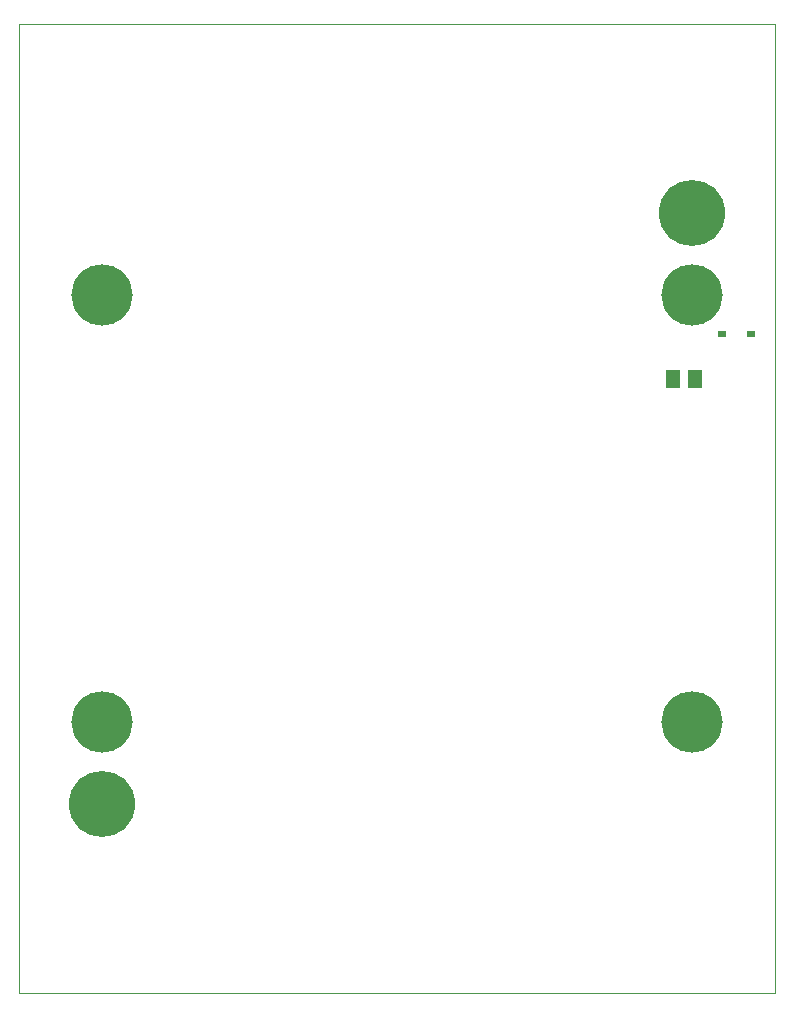
<source format=gts>
G04 This is an RS-274x file exported by *
G04 gerbv version 2.9.3~ce0a78 *
G04 More information is available about gerbv at *
G04 https://gerbv.github.io/ *
G04 --End of header info--*
%MOIN*%
%FSLAX36Y36*%
%IPPOS*%
%INStop Mask top*%
G04 --Define apertures--*
%ADD10C,0.0000*%
%ADD11C,0.0984*%
%ADD12C,0.0866*%
%ADD13C,0.2047*%
%ADD14C,0.2205*%
%ADD15P,0.0520X8.0000X292.5000*%
%ADD16P,0.0520X8.0000X202.5000*%
%ADD17C,0.0660*%
%ADD18P,0.0520X8.0000X112.5000*%
%ADD19C,0.0480*%
%ADD20C,0.0480*%
%ADD21C,0.0525*%
%ADD22C,0.0531*%
%ADD23R,0.0512X0.0591*%
%ADD24C,0.0768*%
%ADD25P,0.0520X8.0000X22.5000*%
%ADD26R,0.0540X0.0540*%
%ADD27C,0.0540*%
%ADD28C,0.0540*%
%ADD29R,0.0315X0.0236*%
%ADD30P,0.0575X8.0000X22.5000*%
%ADD31C,0.0472*%
G04 --Start main section--*
G54D10*
G01X0000000Y0000000D02*
G01X2519685Y0000000D01*
G01X2519685Y0000000D02*
G01X2519685Y3228346D01*
G01X2519685Y3228346D02*
G01X0000000Y3228346D01*
G01X0000000Y3228346D02*
G01X0000000Y0000000D01*
G01X2194882Y2598425D02*
G01X2194898Y2599634D01*
G01X2194898Y2599634D02*
G01X2194941Y2600839D01*
G01X2194941Y2600839D02*
G01X2195016Y2602047D01*
G01X2195016Y2602047D02*
G01X2195118Y2603248D01*
G01X2195118Y2603248D02*
G01X2195252Y2604449D01*
G01X2195252Y2604449D02*
G01X2195413Y2605646D01*
G01X2195413Y2605646D02*
G01X2195606Y2606839D01*
G01X2195606Y2606839D02*
G01X2195827Y2608028D01*
G01X2195827Y2608028D02*
G01X2196079Y2609209D01*
G01X2196079Y2609209D02*
G01X2196358Y2610382D01*
G01X2196358Y2610382D02*
G01X2196665Y2611551D01*
G01X2196665Y2611551D02*
G01X2197000Y2612713D01*
G01X2197000Y2612713D02*
G01X2197366Y2613862D01*
G01X2197366Y2613862D02*
G01X2197760Y2615004D01*
G01X2197760Y2615004D02*
G01X2198181Y2616138D01*
G01X2198181Y2616138D02*
G01X2198630Y2617260D01*
G01X2198630Y2617260D02*
G01X2199102Y2618370D01*
G01X2199102Y2618370D02*
G01X2199606Y2619465D01*
G01X2199606Y2619465D02*
G01X2200138Y2620551D01*
G01X2200138Y2620551D02*
G01X2200693Y2621622D01*
G01X2200693Y2621622D02*
G01X2201276Y2622681D01*
G01X2201276Y2622681D02*
G01X2201882Y2623724D01*
G01X2201882Y2623724D02*
G01X2202516Y2624752D01*
G01X2202516Y2624752D02*
G01X2203177Y2625768D01*
G01X2203177Y2625768D02*
G01X2203858Y2626764D01*
G01X2203858Y2626764D02*
G01X2204567Y2627740D01*
G01X2204567Y2627740D02*
G01X2205299Y2628701D01*
G01X2205299Y2628701D02*
G01X2206051Y2629646D01*
G01X2206051Y2629646D02*
G01X2206831Y2630571D01*
G01X2206831Y2630571D02*
G01X2207630Y2631472D01*
G01X2207630Y2631472D02*
G01X2208453Y2632358D01*
G01X2208453Y2632358D02*
G01X2209295Y2633224D01*
G01X2209295Y2633224D02*
G01X2210161Y2634067D01*
G01X2210161Y2634067D02*
G01X2211047Y2634890D01*
G01X2211047Y2634890D02*
G01X2211949Y2635689D01*
G01X2211949Y2635689D02*
G01X2212874Y2636469D01*
G01X2212874Y2636469D02*
G01X2213819Y2637220D01*
G01X2213819Y2637220D02*
G01X2214780Y2637953D01*
G01X2214780Y2637953D02*
G01X2215756Y2638661D01*
G01X2215756Y2638661D02*
G01X2216752Y2639343D01*
G01X2216752Y2639343D02*
G01X2217768Y2640004D01*
G01X2217768Y2640004D02*
G01X2218795Y2640638D01*
G01X2218795Y2640638D02*
G01X2219839Y2641244D01*
G01X2219839Y2641244D02*
G01X2220898Y2641827D01*
G01X2220898Y2641827D02*
G01X2221969Y2642382D01*
G01X2221969Y2642382D02*
G01X2223055Y2642913D01*
G01X2223055Y2642913D02*
G01X2224150Y2643417D01*
G01X2224150Y2643417D02*
G01X2225260Y2643890D01*
G01X2225260Y2643890D02*
G01X2226382Y2644339D01*
G01X2226382Y2644339D02*
G01X2227516Y2644760D01*
G01X2227516Y2644760D02*
G01X2228657Y2645154D01*
G01X2228657Y2645154D02*
G01X2229807Y2645520D01*
G01X2229807Y2645520D02*
G01X2230969Y2645854D01*
G01X2230969Y2645854D02*
G01X2232138Y2646161D01*
G01X2232138Y2646161D02*
G01X2233311Y2646441D01*
G01X2233311Y2646441D02*
G01X2234492Y2646693D01*
G01X2234492Y2646693D02*
G01X2235681Y2646913D01*
G01X2235681Y2646913D02*
G01X2236874Y2647106D01*
G01X2236874Y2647106D02*
G01X2238071Y2647268D01*
G01X2238071Y2647268D02*
G01X2239272Y2647402D01*
G01X2239272Y2647402D02*
G01X2240472Y2647504D01*
G01X2240472Y2647504D02*
G01X2241681Y2647579D01*
G01X2241681Y2647579D02*
G01X2242886Y2647622D01*
G01X2242886Y2647622D02*
G01X2244094Y2647638D01*
G01X2244094Y2647638D02*
G01X2245303Y2647622D01*
G01X2245303Y2647622D02*
G01X2246508Y2647579D01*
G01X2246508Y2647579D02*
G01X2247717Y2647504D01*
G01X2247717Y2647504D02*
G01X2248917Y2647402D01*
G01X2248917Y2647402D02*
G01X2250118Y2647268D01*
G01X2250118Y2647268D02*
G01X2251315Y2647106D01*
G01X2251315Y2647106D02*
G01X2252508Y2646913D01*
G01X2252508Y2646913D02*
G01X2253697Y2646693D01*
G01X2253697Y2646693D02*
G01X2254878Y2646441D01*
G01X2254878Y2646441D02*
G01X2256051Y2646161D01*
G01X2256051Y2646161D02*
G01X2257220Y2645854D01*
G01X2257220Y2645854D02*
G01X2258382Y2645520D01*
G01X2258382Y2645520D02*
G01X2259531Y2645154D01*
G01X2259531Y2645154D02*
G01X2260673Y2644760D01*
G01X2260673Y2644760D02*
G01X2261807Y2644339D01*
G01X2261807Y2644339D02*
G01X2262929Y2643890D01*
G01X2262929Y2643890D02*
G01X2264039Y2643417D01*
G01X2264039Y2643417D02*
G01X2265134Y2642913D01*
G01X2265134Y2642913D02*
G01X2266220Y2642382D01*
G01X2266220Y2642382D02*
G01X2267291Y2641827D01*
G01X2267291Y2641827D02*
G01X2268350Y2641244D01*
G01X2268350Y2641244D02*
G01X2269394Y2640638D01*
G01X2269394Y2640638D02*
G01X2270421Y2640004D01*
G01X2270421Y2640004D02*
G01X2271437Y2639343D01*
G01X2271437Y2639343D02*
G01X2272433Y2638661D01*
G01X2272433Y2638661D02*
G01X2273409Y2637953D01*
G01X2273409Y2637953D02*
G01X2274370Y2637220D01*
G01X2274370Y2637220D02*
G01X2275315Y2636469D01*
G01X2275315Y2636469D02*
G01X2276240Y2635689D01*
G01X2276240Y2635689D02*
G01X2277142Y2634890D01*
G01X2277142Y2634890D02*
G01X2278028Y2634067D01*
G01X2278028Y2634067D02*
G01X2278894Y2633224D01*
G01X2278894Y2633224D02*
G01X2279736Y2632358D01*
G01X2279736Y2632358D02*
G01X2280559Y2631472D01*
G01X2280559Y2631472D02*
G01X2281358Y2630571D01*
G01X2281358Y2630571D02*
G01X2282138Y2629646D01*
G01X2282138Y2629646D02*
G01X2282890Y2628701D01*
G01X2282890Y2628701D02*
G01X2283622Y2627740D01*
G01X2283622Y2627740D02*
G01X2284331Y2626764D01*
G01X2284331Y2626764D02*
G01X2285012Y2625768D01*
G01X2285012Y2625768D02*
G01X2285673Y2624752D01*
G01X2285673Y2624752D02*
G01X2286307Y2623724D01*
G01X2286307Y2623724D02*
G01X2286913Y2622681D01*
G01X2286913Y2622681D02*
G01X2287496Y2621622D01*
G01X2287496Y2621622D02*
G01X2288051Y2620551D01*
G01X2288051Y2620551D02*
G01X2288583Y2619465D01*
G01X2288583Y2619465D02*
G01X2289087Y2618370D01*
G01X2289087Y2618370D02*
G01X2289559Y2617260D01*
G01X2289559Y2617260D02*
G01X2290008Y2616138D01*
G01X2290008Y2616138D02*
G01X2290429Y2615004D01*
G01X2290429Y2615004D02*
G01X2290823Y2613862D01*
G01X2290823Y2613862D02*
G01X2291189Y2612713D01*
G01X2291189Y2612713D02*
G01X2291524Y2611551D01*
G01X2291524Y2611551D02*
G01X2291831Y2610382D01*
G01X2291831Y2610382D02*
G01X2292110Y2609209D01*
G01X2292110Y2609209D02*
G01X2292362Y2608028D01*
G01X2292362Y2608028D02*
G01X2292583Y2606839D01*
G01X2292583Y2606839D02*
G01X2292776Y2605646D01*
G01X2292776Y2605646D02*
G01X2292937Y2604449D01*
G01X2292937Y2604449D02*
G01X2293071Y2603248D01*
G01X2293071Y2603248D02*
G01X2293173Y2602047D01*
G01X2293173Y2602047D02*
G01X2293248Y2600839D01*
G01X2293248Y2600839D02*
G01X2293291Y2599634D01*
G01X2293291Y2599634D02*
G01X2293307Y2598425D01*
G01X2293307Y2598425D02*
G01X2293291Y2597217D01*
G01X2293291Y2597217D02*
G01X2293248Y2596012D01*
G01X2293248Y2596012D02*
G01X2293173Y2594803D01*
G01X2293173Y2594803D02*
G01X2293071Y2593602D01*
G01X2293071Y2593602D02*
G01X2292937Y2592402D01*
G01X2292937Y2592402D02*
G01X2292776Y2591205D01*
G01X2292776Y2591205D02*
G01X2292583Y2590012D01*
G01X2292583Y2590012D02*
G01X2292362Y2588823D01*
G01X2292362Y2588823D02*
G01X2292110Y2587642D01*
G01X2292110Y2587642D02*
G01X2291831Y2586469D01*
G01X2291831Y2586469D02*
G01X2291524Y2585299D01*
G01X2291524Y2585299D02*
G01X2291189Y2584138D01*
G01X2291189Y2584138D02*
G01X2290823Y2582988D01*
G01X2290823Y2582988D02*
G01X2290429Y2581846D01*
G01X2290429Y2581846D02*
G01X2290008Y2580713D01*
G01X2290008Y2580713D02*
G01X2289559Y2579591D01*
G01X2289559Y2579591D02*
G01X2289087Y2578480D01*
G01X2289087Y2578480D02*
G01X2288583Y2577386D01*
G01X2288583Y2577386D02*
G01X2288051Y2576299D01*
G01X2288051Y2576299D02*
G01X2287496Y2575228D01*
G01X2287496Y2575228D02*
G01X2286913Y2574169D01*
G01X2286913Y2574169D02*
G01X2286307Y2573126D01*
G01X2286307Y2573126D02*
G01X2285673Y2572098D01*
G01X2285673Y2572098D02*
G01X2285012Y2571083D01*
G01X2285012Y2571083D02*
G01X2284331Y2570087D01*
G01X2284331Y2570087D02*
G01X2283622Y2569110D01*
G01X2283622Y2569110D02*
G01X2282890Y2568150D01*
G01X2282890Y2568150D02*
G01X2282138Y2567205D01*
G01X2282138Y2567205D02*
G01X2281358Y2566280D01*
G01X2281358Y2566280D02*
G01X2280559Y2565378D01*
G01X2280559Y2565378D02*
G01X2279736Y2564492D01*
G01X2279736Y2564492D02*
G01X2278894Y2563626D01*
G01X2278894Y2563626D02*
G01X2278028Y2562783D01*
G01X2278028Y2562783D02*
G01X2277142Y2561961D01*
G01X2277142Y2561961D02*
G01X2276240Y2561161D01*
G01X2276240Y2561161D02*
G01X2275315Y2560382D01*
G01X2275315Y2560382D02*
G01X2274370Y2559630D01*
G01X2274370Y2559630D02*
G01X2273409Y2558898D01*
G01X2273409Y2558898D02*
G01X2272433Y2558189D01*
G01X2272433Y2558189D02*
G01X2271437Y2557508D01*
G01X2271437Y2557508D02*
G01X2270421Y2556846D01*
G01X2270421Y2556846D02*
G01X2269394Y2556213D01*
G01X2269394Y2556213D02*
G01X2268350Y2555606D01*
G01X2268350Y2555606D02*
G01X2267291Y2555024D01*
G01X2267291Y2555024D02*
G01X2266220Y2554469D01*
G01X2266220Y2554469D02*
G01X2265134Y2553937D01*
G01X2265134Y2553937D02*
G01X2264039Y2553433D01*
G01X2264039Y2553433D02*
G01X2262929Y2552961D01*
G01X2262929Y2552961D02*
G01X2261807Y2552512D01*
G01X2261807Y2552512D02*
G01X2260673Y2552091D01*
G01X2260673Y2552091D02*
G01X2259531Y2551697D01*
G01X2259531Y2551697D02*
G01X2258382Y2551331D01*
G01X2258382Y2551331D02*
G01X2257220Y2550996D01*
G01X2257220Y2550996D02*
G01X2256051Y2550689D01*
G01X2256051Y2550689D02*
G01X2254878Y2550409D01*
G01X2254878Y2550409D02*
G01X2253697Y2550157D01*
G01X2253697Y2550157D02*
G01X2252508Y2549937D01*
G01X2252508Y2549937D02*
G01X2251315Y2549744D01*
G01X2251315Y2549744D02*
G01X2250118Y2549583D01*
G01X2250118Y2549583D02*
G01X2248917Y2549449D01*
G01X2248917Y2549449D02*
G01X2247717Y2549346D01*
G01X2247717Y2549346D02*
G01X2246508Y2549272D01*
G01X2246508Y2549272D02*
G01X2245303Y2549228D01*
G01X2245303Y2549228D02*
G01X2244094Y2549213D01*
G01X2244094Y2549213D02*
G01X2242886Y2549228D01*
G01X2242886Y2549228D02*
G01X2241681Y2549272D01*
G01X2241681Y2549272D02*
G01X2240472Y2549346D01*
G01X2240472Y2549346D02*
G01X2239272Y2549449D01*
G01X2239272Y2549449D02*
G01X2238071Y2549583D01*
G01X2238071Y2549583D02*
G01X2236874Y2549744D01*
G01X2236874Y2549744D02*
G01X2235681Y2549937D01*
G01X2235681Y2549937D02*
G01X2234492Y2550157D01*
G01X2234492Y2550157D02*
G01X2233311Y2550409D01*
G01X2233311Y2550409D02*
G01X2232138Y2550689D01*
G01X2232138Y2550689D02*
G01X2230969Y2550996D01*
G01X2230969Y2550996D02*
G01X2229807Y2551331D01*
G01X2229807Y2551331D02*
G01X2228657Y2551697D01*
G01X2228657Y2551697D02*
G01X2227516Y2552091D01*
G01X2227516Y2552091D02*
G01X2226382Y2552512D01*
G01X2226382Y2552512D02*
G01X2225260Y2552961D01*
G01X2225260Y2552961D02*
G01X2224150Y2553433D01*
G01X2224150Y2553433D02*
G01X2223055Y2553937D01*
G01X2223055Y2553937D02*
G01X2221969Y2554469D01*
G01X2221969Y2554469D02*
G01X2220898Y2555024D01*
G01X2220898Y2555024D02*
G01X2219839Y2555606D01*
G01X2219839Y2555606D02*
G01X2218795Y2556213D01*
G01X2218795Y2556213D02*
G01X2217768Y2556846D01*
G01X2217768Y2556846D02*
G01X2216752Y2557508D01*
G01X2216752Y2557508D02*
G01X2215756Y2558189D01*
G01X2215756Y2558189D02*
G01X2214780Y2558898D01*
G01X2214780Y2558898D02*
G01X2213819Y2559630D01*
G01X2213819Y2559630D02*
G01X2212874Y2560382D01*
G01X2212874Y2560382D02*
G01X2211949Y2561161D01*
G01X2211949Y2561161D02*
G01X2211047Y2561961D01*
G01X2211047Y2561961D02*
G01X2210161Y2562783D01*
G01X2210161Y2562783D02*
G01X2209295Y2563626D01*
G01X2209295Y2563626D02*
G01X2208453Y2564492D01*
G01X2208453Y2564492D02*
G01X2207630Y2565378D01*
G01X2207630Y2565378D02*
G01X2206831Y2566280D01*
G01X2206831Y2566280D02*
G01X2206051Y2567205D01*
G01X2206051Y2567205D02*
G01X2205299Y2568150D01*
G01X2205299Y2568150D02*
G01X2204567Y2569110D01*
G01X2204567Y2569110D02*
G01X2203858Y2570087D01*
G01X2203858Y2570087D02*
G01X2203177Y2571083D01*
G01X2203177Y2571083D02*
G01X2202516Y2572098D01*
G01X2202516Y2572098D02*
G01X2201882Y2573126D01*
G01X2201882Y2573126D02*
G01X2201276Y2574169D01*
G01X2201276Y2574169D02*
G01X2200693Y2575228D01*
G01X2200693Y2575228D02*
G01X2200138Y2576299D01*
G01X2200138Y2576299D02*
G01X2199606Y2577386D01*
G01X2199606Y2577386D02*
G01X2199102Y2578480D01*
G01X2199102Y2578480D02*
G01X2198630Y2579591D01*
G01X2198630Y2579591D02*
G01X2198181Y2580713D01*
G01X2198181Y2580713D02*
G01X2197760Y2581846D01*
G01X2197760Y2581846D02*
G01X2197366Y2582988D01*
G01X2197366Y2582988D02*
G01X2197000Y2584138D01*
G01X2197000Y2584138D02*
G01X2196665Y2585299D01*
G01X2196665Y2585299D02*
G01X2196358Y2586469D01*
G01X2196358Y2586469D02*
G01X2196079Y2587642D01*
G01X2196079Y2587642D02*
G01X2195827Y2588823D01*
G01X2195827Y2588823D02*
G01X2195606Y2590012D01*
G01X2195606Y2590012D02*
G01X2195413Y2591205D01*
G01X2195413Y2591205D02*
G01X2195252Y2592402D01*
G01X2195252Y2592402D02*
G01X2195118Y2593602D01*
G01X2195118Y2593602D02*
G01X2195016Y2594803D01*
G01X2195016Y2594803D02*
G01X2194941Y2596012D01*
G01X2194941Y2596012D02*
G01X2194898Y2597217D01*
G01X2194898Y2597217D02*
G01X2194882Y2598425D01*
G54D11*
G01X2244094Y2598425D03*
G54D10*
G01X0226378Y0629921D02*
G01X0226394Y0631130D01*
G01X0226394Y0631130D02*
G01X0226437Y0632335D01*
G01X0226437Y0632335D02*
G01X0226512Y0633543D01*
G01X0226512Y0633543D02*
G01X0226614Y0634744D01*
G01X0226614Y0634744D02*
G01X0226748Y0635945D01*
G01X0226748Y0635945D02*
G01X0226909Y0637142D01*
G01X0226909Y0637142D02*
G01X0227102Y0638335D01*
G01X0227102Y0638335D02*
G01X0227323Y0639524D01*
G01X0227323Y0639524D02*
G01X0227575Y0640705D01*
G01X0227575Y0640705D02*
G01X0227854Y0641878D01*
G01X0227854Y0641878D02*
G01X0228161Y0643047D01*
G01X0228161Y0643047D02*
G01X0228496Y0644209D01*
G01X0228496Y0644209D02*
G01X0228862Y0645358D01*
G01X0228862Y0645358D02*
G01X0229256Y0646500D01*
G01X0229256Y0646500D02*
G01X0229677Y0647634D01*
G01X0229677Y0647634D02*
G01X0230126Y0648756D01*
G01X0230126Y0648756D02*
G01X0230598Y0649866D01*
G01X0230598Y0649866D02*
G01X0231102Y0650961D01*
G01X0231102Y0650961D02*
G01X0231634Y0652047D01*
G01X0231634Y0652047D02*
G01X0232189Y0653118D01*
G01X0232189Y0653118D02*
G01X0232772Y0654177D01*
G01X0232772Y0654177D02*
G01X0233378Y0655220D01*
G01X0233378Y0655220D02*
G01X0234012Y0656248D01*
G01X0234012Y0656248D02*
G01X0234673Y0657264D01*
G01X0234673Y0657264D02*
G01X0235354Y0658260D01*
G01X0235354Y0658260D02*
G01X0236063Y0659236D01*
G01X0236063Y0659236D02*
G01X0236795Y0660197D01*
G01X0236795Y0660197D02*
G01X0237547Y0661142D01*
G01X0237547Y0661142D02*
G01X0238327Y0662067D01*
G01X0238327Y0662067D02*
G01X0239126Y0662969D01*
G01X0239126Y0662969D02*
G01X0239949Y0663854D01*
G01X0239949Y0663854D02*
G01X0240791Y0664720D01*
G01X0240791Y0664720D02*
G01X0241657Y0665563D01*
G01X0241657Y0665563D02*
G01X0242543Y0666386D01*
G01X0242543Y0666386D02*
G01X0243445Y0667185D01*
G01X0243445Y0667185D02*
G01X0244370Y0667965D01*
G01X0244370Y0667965D02*
G01X0245315Y0668717D01*
G01X0245315Y0668717D02*
G01X0246276Y0669449D01*
G01X0246276Y0669449D02*
G01X0247252Y0670157D01*
G01X0247252Y0670157D02*
G01X0248248Y0670839D01*
G01X0248248Y0670839D02*
G01X0249264Y0671500D01*
G01X0249264Y0671500D02*
G01X0250291Y0672134D01*
G01X0250291Y0672134D02*
G01X0251335Y0672740D01*
G01X0251335Y0672740D02*
G01X0252394Y0673323D01*
G01X0252394Y0673323D02*
G01X0253465Y0673878D01*
G01X0253465Y0673878D02*
G01X0254551Y0674409D01*
G01X0254551Y0674409D02*
G01X0255646Y0674913D01*
G01X0255646Y0674913D02*
G01X0256756Y0675386D01*
G01X0256756Y0675386D02*
G01X0257878Y0675835D01*
G01X0257878Y0675835D02*
G01X0259012Y0676256D01*
G01X0259012Y0676256D02*
G01X0260154Y0676650D01*
G01X0260154Y0676650D02*
G01X0261303Y0677016D01*
G01X0261303Y0677016D02*
G01X0262465Y0677350D01*
G01X0262465Y0677350D02*
G01X0263634Y0677657D01*
G01X0263634Y0677657D02*
G01X0264807Y0677937D01*
G01X0264807Y0677937D02*
G01X0265988Y0678189D01*
G01X0265988Y0678189D02*
G01X0267177Y0678409D01*
G01X0267177Y0678409D02*
G01X0268370Y0678602D01*
G01X0268370Y0678602D02*
G01X0269567Y0678764D01*
G01X0269567Y0678764D02*
G01X0270768Y0678898D01*
G01X0270768Y0678898D02*
G01X0271969Y0679000D01*
G01X0271969Y0679000D02*
G01X0273177Y0679075D01*
G01X0273177Y0679075D02*
G01X0274382Y0679118D01*
G01X0274382Y0679118D02*
G01X0275591Y0679134D01*
G01X0275591Y0679134D02*
G01X0276799Y0679118D01*
G01X0276799Y0679118D02*
G01X0278004Y0679075D01*
G01X0278004Y0679075D02*
G01X0279213Y0679000D01*
G01X0279213Y0679000D02*
G01X0280413Y0678898D01*
G01X0280413Y0678898D02*
G01X0281614Y0678764D01*
G01X0281614Y0678764D02*
G01X0282811Y0678602D01*
G01X0282811Y0678602D02*
G01X0284004Y0678409D01*
G01X0284004Y0678409D02*
G01X0285193Y0678189D01*
G01X0285193Y0678189D02*
G01X0286374Y0677937D01*
G01X0286374Y0677937D02*
G01X0287547Y0677657D01*
G01X0287547Y0677657D02*
G01X0288717Y0677350D01*
G01X0288717Y0677350D02*
G01X0289878Y0677016D01*
G01X0289878Y0677016D02*
G01X0291028Y0676650D01*
G01X0291028Y0676650D02*
G01X0292169Y0676256D01*
G01X0292169Y0676256D02*
G01X0293303Y0675835D01*
G01X0293303Y0675835D02*
G01X0294425Y0675386D01*
G01X0294425Y0675386D02*
G01X0295535Y0674913D01*
G01X0295535Y0674913D02*
G01X0296630Y0674409D01*
G01X0296630Y0674409D02*
G01X0297717Y0673878D01*
G01X0297717Y0673878D02*
G01X0298787Y0673323D01*
G01X0298787Y0673323D02*
G01X0299846Y0672740D01*
G01X0299846Y0672740D02*
G01X0300890Y0672134D01*
G01X0300890Y0672134D02*
G01X0301917Y0671500D01*
G01X0301917Y0671500D02*
G01X0302933Y0670839D01*
G01X0302933Y0670839D02*
G01X0303929Y0670157D01*
G01X0303929Y0670157D02*
G01X0304906Y0669449D01*
G01X0304906Y0669449D02*
G01X0305866Y0668717D01*
G01X0305866Y0668717D02*
G01X0306811Y0667965D01*
G01X0306811Y0667965D02*
G01X0307736Y0667185D01*
G01X0307736Y0667185D02*
G01X0308638Y0666386D01*
G01X0308638Y0666386D02*
G01X0309524Y0665563D01*
G01X0309524Y0665563D02*
G01X0310390Y0664720D01*
G01X0310390Y0664720D02*
G01X0311232Y0663854D01*
G01X0311232Y0663854D02*
G01X0312055Y0662969D01*
G01X0312055Y0662969D02*
G01X0312854Y0662067D01*
G01X0312854Y0662067D02*
G01X0313634Y0661142D01*
G01X0313634Y0661142D02*
G01X0314386Y0660197D01*
G01X0314386Y0660197D02*
G01X0315118Y0659236D01*
G01X0315118Y0659236D02*
G01X0315827Y0658260D01*
G01X0315827Y0658260D02*
G01X0316508Y0657264D01*
G01X0316508Y0657264D02*
G01X0317169Y0656248D01*
G01X0317169Y0656248D02*
G01X0317803Y0655220D01*
G01X0317803Y0655220D02*
G01X0318409Y0654177D01*
G01X0318409Y0654177D02*
G01X0318992Y0653118D01*
G01X0318992Y0653118D02*
G01X0319547Y0652047D01*
G01X0319547Y0652047D02*
G01X0320079Y0650961D01*
G01X0320079Y0650961D02*
G01X0320583Y0649866D01*
G01X0320583Y0649866D02*
G01X0321055Y0648756D01*
G01X0321055Y0648756D02*
G01X0321504Y0647634D01*
G01X0321504Y0647634D02*
G01X0321925Y0646500D01*
G01X0321925Y0646500D02*
G01X0322319Y0645358D01*
G01X0322319Y0645358D02*
G01X0322685Y0644209D01*
G01X0322685Y0644209D02*
G01X0323020Y0643047D01*
G01X0323020Y0643047D02*
G01X0323327Y0641878D01*
G01X0323327Y0641878D02*
G01X0323606Y0640705D01*
G01X0323606Y0640705D02*
G01X0323858Y0639524D01*
G01X0323858Y0639524D02*
G01X0324079Y0638335D01*
G01X0324079Y0638335D02*
G01X0324272Y0637142D01*
G01X0324272Y0637142D02*
G01X0324433Y0635945D01*
G01X0324433Y0635945D02*
G01X0324567Y0634744D01*
G01X0324567Y0634744D02*
G01X0324669Y0633543D01*
G01X0324669Y0633543D02*
G01X0324744Y0632335D01*
G01X0324744Y0632335D02*
G01X0324787Y0631130D01*
G01X0324787Y0631130D02*
G01X0324803Y0629921D01*
G01X0324803Y0629921D02*
G01X0324787Y0628713D01*
G01X0324787Y0628713D02*
G01X0324744Y0627508D01*
G01X0324744Y0627508D02*
G01X0324669Y0626299D01*
G01X0324669Y0626299D02*
G01X0324567Y0625098D01*
G01X0324567Y0625098D02*
G01X0324433Y0623898D01*
G01X0324433Y0623898D02*
G01X0324272Y0622701D01*
G01X0324272Y0622701D02*
G01X0324079Y0621508D01*
G01X0324079Y0621508D02*
G01X0323858Y0620319D01*
G01X0323858Y0620319D02*
G01X0323606Y0619138D01*
G01X0323606Y0619138D02*
G01X0323327Y0617965D01*
G01X0323327Y0617965D02*
G01X0323020Y0616795D01*
G01X0323020Y0616795D02*
G01X0322685Y0615634D01*
G01X0322685Y0615634D02*
G01X0322319Y0614484D01*
G01X0322319Y0614484D02*
G01X0321925Y0613343D01*
G01X0321925Y0613343D02*
G01X0321504Y0612209D01*
G01X0321504Y0612209D02*
G01X0321055Y0611087D01*
G01X0321055Y0611087D02*
G01X0320583Y0609976D01*
G01X0320583Y0609976D02*
G01X0320079Y0608882D01*
G01X0320079Y0608882D02*
G01X0319547Y0607795D01*
G01X0319547Y0607795D02*
G01X0318992Y0606724D01*
G01X0318992Y0606724D02*
G01X0318409Y0605665D01*
G01X0318409Y0605665D02*
G01X0317803Y0604622D01*
G01X0317803Y0604622D02*
G01X0317169Y0603594D01*
G01X0317169Y0603594D02*
G01X0316508Y0602579D01*
G01X0316508Y0602579D02*
G01X0315827Y0601583D01*
G01X0315827Y0601583D02*
G01X0315118Y0600606D01*
G01X0315118Y0600606D02*
G01X0314386Y0599646D01*
G01X0314386Y0599646D02*
G01X0313634Y0598701D01*
G01X0313634Y0598701D02*
G01X0312854Y0597776D01*
G01X0312854Y0597776D02*
G01X0312055Y0596874D01*
G01X0312055Y0596874D02*
G01X0311232Y0595988D01*
G01X0311232Y0595988D02*
G01X0310390Y0595122D01*
G01X0310390Y0595122D02*
G01X0309524Y0594280D01*
G01X0309524Y0594280D02*
G01X0308638Y0593457D01*
G01X0308638Y0593457D02*
G01X0307736Y0592657D01*
G01X0307736Y0592657D02*
G01X0306811Y0591878D01*
G01X0306811Y0591878D02*
G01X0305866Y0591126D01*
G01X0305866Y0591126D02*
G01X0304906Y0590394D01*
G01X0304906Y0590394D02*
G01X0303929Y0589685D01*
G01X0303929Y0589685D02*
G01X0302933Y0589004D01*
G01X0302933Y0589004D02*
G01X0301917Y0588343D01*
G01X0301917Y0588343D02*
G01X0300890Y0587709D01*
G01X0300890Y0587709D02*
G01X0299846Y0587102D01*
G01X0299846Y0587102D02*
G01X0298787Y0586520D01*
G01X0298787Y0586520D02*
G01X0297717Y0585965D01*
G01X0297717Y0585965D02*
G01X0296630Y0585433D01*
G01X0296630Y0585433D02*
G01X0295535Y0584929D01*
G01X0295535Y0584929D02*
G01X0294425Y0584457D01*
G01X0294425Y0584457D02*
G01X0293303Y0584008D01*
G01X0293303Y0584008D02*
G01X0292169Y0583587D01*
G01X0292169Y0583587D02*
G01X0291028Y0583193D01*
G01X0291028Y0583193D02*
G01X0289878Y0582827D01*
G01X0289878Y0582827D02*
G01X0288717Y0582492D01*
G01X0288717Y0582492D02*
G01X0287547Y0582185D01*
G01X0287547Y0582185D02*
G01X0286374Y0581906D01*
G01X0286374Y0581906D02*
G01X0285193Y0581654D01*
G01X0285193Y0581654D02*
G01X0284004Y0581433D01*
G01X0284004Y0581433D02*
G01X0282811Y0581240D01*
G01X0282811Y0581240D02*
G01X0281614Y0581079D01*
G01X0281614Y0581079D02*
G01X0280413Y0580945D01*
G01X0280413Y0580945D02*
G01X0279213Y0580843D01*
G01X0279213Y0580843D02*
G01X0278004Y0580768D01*
G01X0278004Y0580768D02*
G01X0276799Y0580724D01*
G01X0276799Y0580724D02*
G01X0275591Y0580709D01*
G01X0275591Y0580709D02*
G01X0274382Y0580724D01*
G01X0274382Y0580724D02*
G01X0273177Y0580768D01*
G01X0273177Y0580768D02*
G01X0271969Y0580843D01*
G01X0271969Y0580843D02*
G01X0270768Y0580945D01*
G01X0270768Y0580945D02*
G01X0269567Y0581079D01*
G01X0269567Y0581079D02*
G01X0268370Y0581240D01*
G01X0268370Y0581240D02*
G01X0267177Y0581433D01*
G01X0267177Y0581433D02*
G01X0265988Y0581654D01*
G01X0265988Y0581654D02*
G01X0264807Y0581906D01*
G01X0264807Y0581906D02*
G01X0263634Y0582185D01*
G01X0263634Y0582185D02*
G01X0262465Y0582492D01*
G01X0262465Y0582492D02*
G01X0261303Y0582827D01*
G01X0261303Y0582827D02*
G01X0260154Y0583193D01*
G01X0260154Y0583193D02*
G01X0259012Y0583587D01*
G01X0259012Y0583587D02*
G01X0257878Y0584008D01*
G01X0257878Y0584008D02*
G01X0256756Y0584457D01*
G01X0256756Y0584457D02*
G01X0255646Y0584929D01*
G01X0255646Y0584929D02*
G01X0254551Y0585433D01*
G01X0254551Y0585433D02*
G01X0253465Y0585965D01*
G01X0253465Y0585965D02*
G01X0252394Y0586520D01*
G01X0252394Y0586520D02*
G01X0251335Y0587102D01*
G01X0251335Y0587102D02*
G01X0250291Y0587709D01*
G01X0250291Y0587709D02*
G01X0249264Y0588343D01*
G01X0249264Y0588343D02*
G01X0248248Y0589004D01*
G01X0248248Y0589004D02*
G01X0247252Y0589685D01*
G01X0247252Y0589685D02*
G01X0246276Y0590394D01*
G01X0246276Y0590394D02*
G01X0245315Y0591126D01*
G01X0245315Y0591126D02*
G01X0244370Y0591878D01*
G01X0244370Y0591878D02*
G01X0243445Y0592657D01*
G01X0243445Y0592657D02*
G01X0242543Y0593457D01*
G01X0242543Y0593457D02*
G01X0241657Y0594280D01*
G01X0241657Y0594280D02*
G01X0240791Y0595122D01*
G01X0240791Y0595122D02*
G01X0239949Y0595988D01*
G01X0239949Y0595988D02*
G01X0239126Y0596874D01*
G01X0239126Y0596874D02*
G01X0238327Y0597776D01*
G01X0238327Y0597776D02*
G01X0237547Y0598701D01*
G01X0237547Y0598701D02*
G01X0236795Y0599646D01*
G01X0236795Y0599646D02*
G01X0236063Y0600606D01*
G01X0236063Y0600606D02*
G01X0235354Y0601583D01*
G01X0235354Y0601583D02*
G01X0234673Y0602579D01*
G01X0234673Y0602579D02*
G01X0234012Y0603594D01*
G01X0234012Y0603594D02*
G01X0233378Y0604622D01*
G01X0233378Y0604622D02*
G01X0232772Y0605665D01*
G01X0232772Y0605665D02*
G01X0232189Y0606724D01*
G01X0232189Y0606724D02*
G01X0231634Y0607795D01*
G01X0231634Y0607795D02*
G01X0231102Y0608882D01*
G01X0231102Y0608882D02*
G01X0230598Y0609976D01*
G01X0230598Y0609976D02*
G01X0230126Y0611087D01*
G01X0230126Y0611087D02*
G01X0229677Y0612209D01*
G01X0229677Y0612209D02*
G01X0229256Y0613343D01*
G01X0229256Y0613343D02*
G01X0228862Y0614484D01*
G01X0228862Y0614484D02*
G01X0228496Y0615634D01*
G01X0228496Y0615634D02*
G01X0228161Y0616795D01*
G01X0228161Y0616795D02*
G01X0227854Y0617965D01*
G01X0227854Y0617965D02*
G01X0227575Y0619138D01*
G01X0227575Y0619138D02*
G01X0227323Y0620319D01*
G01X0227323Y0620319D02*
G01X0227102Y0621508D01*
G01X0227102Y0621508D02*
G01X0226909Y0622701D01*
G01X0226909Y0622701D02*
G01X0226748Y0623898D01*
G01X0226748Y0623898D02*
G01X0226614Y0625098D01*
G01X0226614Y0625098D02*
G01X0226512Y0626299D01*
G01X0226512Y0626299D02*
G01X0226437Y0627508D01*
G01X0226437Y0627508D02*
G01X0226394Y0628713D01*
G01X0226394Y0628713D02*
G01X0226378Y0629921D01*
G54D11*
G01X0275591Y0629921D03*
G54D10*
G01X2200787Y2326772D02*
G01X2200799Y2327835D01*
G01X2200799Y2327835D02*
G01X2200839Y2328898D01*
G01X2200839Y2328898D02*
G01X2200906Y2329957D01*
G01X2200906Y2329957D02*
G01X2200996Y2331016D01*
G01X2200996Y2331016D02*
G01X2201114Y2332075D01*
G01X2201114Y2332075D02*
G01X2201256Y2333126D01*
G01X2201256Y2333126D02*
G01X2201425Y2334177D01*
G01X2201425Y2334177D02*
G01X2201618Y2335220D01*
G01X2201618Y2335220D02*
G01X2201839Y2336260D01*
G01X2201839Y2336260D02*
G01X2202087Y2337295D01*
G01X2202087Y2337295D02*
G01X2202354Y2338323D01*
G01X2202354Y2338323D02*
G01X2202654Y2339343D01*
G01X2202654Y2339343D02*
G01X2202972Y2340354D01*
G01X2202972Y2340354D02*
G01X2203319Y2341362D01*
G01X2203319Y2341362D02*
G01X2203689Y2342358D01*
G01X2203689Y2342358D02*
G01X2204083Y2343346D01*
G01X2204083Y2343346D02*
G01X2204504Y2344323D01*
G01X2204504Y2344323D02*
G01X2204945Y2345287D01*
G01X2204945Y2345287D02*
G01X2205413Y2346244D01*
G01X2205413Y2346244D02*
G01X2205902Y2347185D01*
G01X2205902Y2347185D02*
G01X2206413Y2348118D01*
G01X2206413Y2348118D02*
G01X2206949Y2349035D01*
G01X2206949Y2349035D02*
G01X2207508Y2349941D01*
G01X2207508Y2349941D02*
G01X2208087Y2350831D01*
G01X2208087Y2350831D02*
G01X2208689Y2351709D01*
G01X2208689Y2351709D02*
G01X2209311Y2352571D01*
G01X2209311Y2352571D02*
G01X2209953Y2353417D01*
G01X2209953Y2353417D02*
G01X2210618Y2354244D01*
G01X2210618Y2354244D02*
G01X2211303Y2355059D01*
G01X2211303Y2355059D02*
G01X2212008Y2355854D01*
G01X2212008Y2355854D02*
G01X2212728Y2356634D01*
G01X2212728Y2356634D02*
G01X2213472Y2357394D01*
G01X2213472Y2357394D02*
G01X2214232Y2358138D01*
G01X2214232Y2358138D02*
G01X2215012Y2358858D01*
G01X2215012Y2358858D02*
G01X2215807Y2359563D01*
G01X2215807Y2359563D02*
G01X2216622Y2360248D01*
G01X2216622Y2360248D02*
G01X2217449Y2360913D01*
G01X2217449Y2360913D02*
G01X2218295Y2361555D01*
G01X2218295Y2361555D02*
G01X2219157Y2362177D01*
G01X2219157Y2362177D02*
G01X2220035Y2362780D01*
G01X2220035Y2362780D02*
G01X2220925Y2363358D01*
G01X2220925Y2363358D02*
G01X2221831Y2363917D01*
G01X2221831Y2363917D02*
G01X2222748Y2364453D01*
G01X2222748Y2364453D02*
G01X2223681Y2364965D01*
G01X2223681Y2364965D02*
G01X2224622Y2365453D01*
G01X2224622Y2365453D02*
G01X2225579Y2365921D01*
G01X2225579Y2365921D02*
G01X2226543Y2366362D01*
G01X2226543Y2366362D02*
G01X2227520Y2366783D01*
G01X2227520Y2366783D02*
G01X2228508Y2367177D01*
G01X2228508Y2367177D02*
G01X2229504Y2367547D01*
G01X2229504Y2367547D02*
G01X2230512Y2367894D01*
G01X2230512Y2367894D02*
G01X2231524Y2368213D01*
G01X2231524Y2368213D02*
G01X2232543Y2368512D01*
G01X2232543Y2368512D02*
G01X2233571Y2368780D01*
G01X2233571Y2368780D02*
G01X2234606Y2369028D01*
G01X2234606Y2369028D02*
G01X2235646Y2369248D01*
G01X2235646Y2369248D02*
G01X2236689Y2369441D01*
G01X2236689Y2369441D02*
G01X2237740Y2369610D01*
G01X2237740Y2369610D02*
G01X2238791Y2369752D01*
G01X2238791Y2369752D02*
G01X2239850Y2369870D01*
G01X2239850Y2369870D02*
G01X2240909Y2369961D01*
G01X2240909Y2369961D02*
G01X2241969Y2370028D01*
G01X2241969Y2370028D02*
G01X2243031Y2370067D01*
G01X2243031Y2370067D02*
G01X2244094Y2370079D01*
G01X2244094Y2370079D02*
G01X2245157Y2370067D01*
G01X2245157Y2370067D02*
G01X2246220Y2370028D01*
G01X2246220Y2370028D02*
G01X2247280Y2369961D01*
G01X2247280Y2369961D02*
G01X2248339Y2369870D01*
G01X2248339Y2369870D02*
G01X2249398Y2369752D01*
G01X2249398Y2369752D02*
G01X2250449Y2369610D01*
G01X2250449Y2369610D02*
G01X2251500Y2369441D01*
G01X2251500Y2369441D02*
G01X2252543Y2369248D01*
G01X2252543Y2369248D02*
G01X2253583Y2369028D01*
G01X2253583Y2369028D02*
G01X2254618Y2368780D01*
G01X2254618Y2368780D02*
G01X2255646Y2368512D01*
G01X2255646Y2368512D02*
G01X2256665Y2368213D01*
G01X2256665Y2368213D02*
G01X2257677Y2367894D01*
G01X2257677Y2367894D02*
G01X2258685Y2367547D01*
G01X2258685Y2367547D02*
G01X2259681Y2367177D01*
G01X2259681Y2367177D02*
G01X2260669Y2366783D01*
G01X2260669Y2366783D02*
G01X2261646Y2366362D01*
G01X2261646Y2366362D02*
G01X2262610Y2365921D01*
G01X2262610Y2365921D02*
G01X2263567Y2365453D01*
G01X2263567Y2365453D02*
G01X2264508Y2364965D01*
G01X2264508Y2364965D02*
G01X2265441Y2364453D01*
G01X2265441Y2364453D02*
G01X2266358Y2363917D01*
G01X2266358Y2363917D02*
G01X2267264Y2363358D01*
G01X2267264Y2363358D02*
G01X2268154Y2362780D01*
G01X2268154Y2362780D02*
G01X2269031Y2362177D01*
G01X2269031Y2362177D02*
G01X2269894Y2361555D01*
G01X2269894Y2361555D02*
G01X2270740Y2360913D01*
G01X2270740Y2360913D02*
G01X2271567Y2360248D01*
G01X2271567Y2360248D02*
G01X2272382Y2359563D01*
G01X2272382Y2359563D02*
G01X2273177Y2358858D01*
G01X2273177Y2358858D02*
G01X2273957Y2358138D01*
G01X2273957Y2358138D02*
G01X2274717Y2357394D01*
G01X2274717Y2357394D02*
G01X2275461Y2356634D01*
G01X2275461Y2356634D02*
G01X2276181Y2355854D01*
G01X2276181Y2355854D02*
G01X2276886Y2355059D01*
G01X2276886Y2355059D02*
G01X2277571Y2354244D01*
G01X2277571Y2354244D02*
G01X2278236Y2353417D01*
G01X2278236Y2353417D02*
G01X2278878Y2352571D01*
G01X2278878Y2352571D02*
G01X2279500Y2351709D01*
G01X2279500Y2351709D02*
G01X2280102Y2350831D01*
G01X2280102Y2350831D02*
G01X2280681Y2349941D01*
G01X2280681Y2349941D02*
G01X2281240Y2349035D01*
G01X2281240Y2349035D02*
G01X2281776Y2348118D01*
G01X2281776Y2348118D02*
G01X2282287Y2347185D01*
G01X2282287Y2347185D02*
G01X2282776Y2346244D01*
G01X2282776Y2346244D02*
G01X2283244Y2345287D01*
G01X2283244Y2345287D02*
G01X2283685Y2344323D01*
G01X2283685Y2344323D02*
G01X2284106Y2343346D01*
G01X2284106Y2343346D02*
G01X2284500Y2342358D01*
G01X2284500Y2342358D02*
G01X2284870Y2341362D01*
G01X2284870Y2341362D02*
G01X2285217Y2340354D01*
G01X2285217Y2340354D02*
G01X2285535Y2339343D01*
G01X2285535Y2339343D02*
G01X2285835Y2338323D01*
G01X2285835Y2338323D02*
G01X2286102Y2337295D01*
G01X2286102Y2337295D02*
G01X2286350Y2336260D01*
G01X2286350Y2336260D02*
G01X2286571Y2335220D01*
G01X2286571Y2335220D02*
G01X2286764Y2334177D01*
G01X2286764Y2334177D02*
G01X2286933Y2333126D01*
G01X2286933Y2333126D02*
G01X2287075Y2332075D01*
G01X2287075Y2332075D02*
G01X2287193Y2331016D01*
G01X2287193Y2331016D02*
G01X2287283Y2329957D01*
G01X2287283Y2329957D02*
G01X2287350Y2328898D01*
G01X2287350Y2328898D02*
G01X2287390Y2327835D01*
G01X2287390Y2327835D02*
G01X2287402Y2326772D01*
G01X2287402Y2326772D02*
G01X2287390Y2325709D01*
G01X2287390Y2325709D02*
G01X2287350Y2324646D01*
G01X2287350Y2324646D02*
G01X2287283Y2323587D01*
G01X2287283Y2323587D02*
G01X2287193Y2322528D01*
G01X2287193Y2322528D02*
G01X2287075Y2321469D01*
G01X2287075Y2321469D02*
G01X2286933Y2320417D01*
G01X2286933Y2320417D02*
G01X2286764Y2319366D01*
G01X2286764Y2319366D02*
G01X2286571Y2318323D01*
G01X2286571Y2318323D02*
G01X2286350Y2317283D01*
G01X2286350Y2317283D02*
G01X2286102Y2316248D01*
G01X2286102Y2316248D02*
G01X2285835Y2315220D01*
G01X2285835Y2315220D02*
G01X2285535Y2314201D01*
G01X2285535Y2314201D02*
G01X2285217Y2313189D01*
G01X2285217Y2313189D02*
G01X2284870Y2312181D01*
G01X2284870Y2312181D02*
G01X2284500Y2311185D01*
G01X2284500Y2311185D02*
G01X2284106Y2310197D01*
G01X2284106Y2310197D02*
G01X2283685Y2309220D01*
G01X2283685Y2309220D02*
G01X2283244Y2308256D01*
G01X2283244Y2308256D02*
G01X2282776Y2307299D01*
G01X2282776Y2307299D02*
G01X2282287Y2306358D01*
G01X2282287Y2306358D02*
G01X2281776Y2305425D01*
G01X2281776Y2305425D02*
G01X2281240Y2304508D01*
G01X2281240Y2304508D02*
G01X2280681Y2303602D01*
G01X2280681Y2303602D02*
G01X2280102Y2302713D01*
G01X2280102Y2302713D02*
G01X2279500Y2301835D01*
G01X2279500Y2301835D02*
G01X2278878Y2300972D01*
G01X2278878Y2300972D02*
G01X2278236Y2300126D01*
G01X2278236Y2300126D02*
G01X2277571Y2299299D01*
G01X2277571Y2299299D02*
G01X2276886Y2298484D01*
G01X2276886Y2298484D02*
G01X2276181Y2297689D01*
G01X2276181Y2297689D02*
G01X2275461Y2296909D01*
G01X2275461Y2296909D02*
G01X2274717Y2296150D01*
G01X2274717Y2296150D02*
G01X2273957Y2295406D01*
G01X2273957Y2295406D02*
G01X2273177Y2294685D01*
G01X2273177Y2294685D02*
G01X2272382Y2293980D01*
G01X2272382Y2293980D02*
G01X2271567Y2293295D01*
G01X2271567Y2293295D02*
G01X2270740Y2292630D01*
G01X2270740Y2292630D02*
G01X2269894Y2291988D01*
G01X2269894Y2291988D02*
G01X2269031Y2291366D01*
G01X2269031Y2291366D02*
G01X2268154Y2290764D01*
G01X2268154Y2290764D02*
G01X2267264Y2290185D01*
G01X2267264Y2290185D02*
G01X2266358Y2289626D01*
G01X2266358Y2289626D02*
G01X2265441Y2289091D01*
G01X2265441Y2289091D02*
G01X2264508Y2288579D01*
G01X2264508Y2288579D02*
G01X2263567Y2288091D01*
G01X2263567Y2288091D02*
G01X2262610Y2287622D01*
G01X2262610Y2287622D02*
G01X2261646Y2287181D01*
G01X2261646Y2287181D02*
G01X2260669Y2286760D01*
G01X2260669Y2286760D02*
G01X2259681Y2286366D01*
G01X2259681Y2286366D02*
G01X2258685Y2285996D01*
G01X2258685Y2285996D02*
G01X2257677Y2285650D01*
G01X2257677Y2285650D02*
G01X2256665Y2285331D01*
G01X2256665Y2285331D02*
G01X2255646Y2285031D01*
G01X2255646Y2285031D02*
G01X2254618Y2284764D01*
G01X2254618Y2284764D02*
G01X2253583Y2284516D01*
G01X2253583Y2284516D02*
G01X2252543Y2284295D01*
G01X2252543Y2284295D02*
G01X2251500Y2284102D01*
G01X2251500Y2284102D02*
G01X2250449Y2283933D01*
G01X2250449Y2283933D02*
G01X2249398Y2283791D01*
G01X2249398Y2283791D02*
G01X2248339Y2283673D01*
G01X2248339Y2283673D02*
G01X2247280Y2283583D01*
G01X2247280Y2283583D02*
G01X2246220Y2283516D01*
G01X2246220Y2283516D02*
G01X2245157Y2283476D01*
G01X2245157Y2283476D02*
G01X2244094Y2283465D01*
G01X2244094Y2283465D02*
G01X2243031Y2283476D01*
G01X2243031Y2283476D02*
G01X2241969Y2283516D01*
G01X2241969Y2283516D02*
G01X2240909Y2283583D01*
G01X2240909Y2283583D02*
G01X2239850Y2283673D01*
G01X2239850Y2283673D02*
G01X2238791Y2283791D01*
G01X2238791Y2283791D02*
G01X2237740Y2283933D01*
G01X2237740Y2283933D02*
G01X2236689Y2284102D01*
G01X2236689Y2284102D02*
G01X2235646Y2284295D01*
G01X2235646Y2284295D02*
G01X2234606Y2284516D01*
G01X2234606Y2284516D02*
G01X2233571Y2284764D01*
G01X2233571Y2284764D02*
G01X2232543Y2285031D01*
G01X2232543Y2285031D02*
G01X2231524Y2285331D01*
G01X2231524Y2285331D02*
G01X2230512Y2285650D01*
G01X2230512Y2285650D02*
G01X2229504Y2285996D01*
G01X2229504Y2285996D02*
G01X2228508Y2286366D01*
G01X2228508Y2286366D02*
G01X2227520Y2286760D01*
G01X2227520Y2286760D02*
G01X2226543Y2287181D01*
G01X2226543Y2287181D02*
G01X2225579Y2287622D01*
G01X2225579Y2287622D02*
G01X2224622Y2288091D01*
G01X2224622Y2288091D02*
G01X2223681Y2288579D01*
G01X2223681Y2288579D02*
G01X2222748Y2289091D01*
G01X2222748Y2289091D02*
G01X2221831Y2289626D01*
G01X2221831Y2289626D02*
G01X2220925Y2290185D01*
G01X2220925Y2290185D02*
G01X2220035Y2290764D01*
G01X2220035Y2290764D02*
G01X2219157Y2291366D01*
G01X2219157Y2291366D02*
G01X2218295Y2291988D01*
G01X2218295Y2291988D02*
G01X2217449Y2292630D01*
G01X2217449Y2292630D02*
G01X2216622Y2293295D01*
G01X2216622Y2293295D02*
G01X2215807Y2293980D01*
G01X2215807Y2293980D02*
G01X2215012Y2294685D01*
G01X2215012Y2294685D02*
G01X2214232Y2295406D01*
G01X2214232Y2295406D02*
G01X2213472Y2296150D01*
G01X2213472Y2296150D02*
G01X2212728Y2296909D01*
G01X2212728Y2296909D02*
G01X2212008Y2297689D01*
G01X2212008Y2297689D02*
G01X2211303Y2298484D01*
G01X2211303Y2298484D02*
G01X2210618Y2299299D01*
G01X2210618Y2299299D02*
G01X2209953Y2300126D01*
G01X2209953Y2300126D02*
G01X2209311Y2300972D01*
G01X2209311Y2300972D02*
G01X2208689Y2301835D01*
G01X2208689Y2301835D02*
G01X2208087Y2302713D01*
G01X2208087Y2302713D02*
G01X2207508Y2303602D01*
G01X2207508Y2303602D02*
G01X2206949Y2304508D01*
G01X2206949Y2304508D02*
G01X2206413Y2305425D01*
G01X2206413Y2305425D02*
G01X2205902Y2306358D01*
G01X2205902Y2306358D02*
G01X2205413Y2307299D01*
G01X2205413Y2307299D02*
G01X2204945Y2308256D01*
G01X2204945Y2308256D02*
G01X2204504Y2309220D01*
G01X2204504Y2309220D02*
G01X2204083Y2310197D01*
G01X2204083Y2310197D02*
G01X2203689Y2311185D01*
G01X2203689Y2311185D02*
G01X2203319Y2312181D01*
G01X2203319Y2312181D02*
G01X2202972Y2313189D01*
G01X2202972Y2313189D02*
G01X2202654Y2314201D01*
G01X2202654Y2314201D02*
G01X2202354Y2315220D01*
G01X2202354Y2315220D02*
G01X2202087Y2316248D01*
G01X2202087Y2316248D02*
G01X2201839Y2317283D01*
G01X2201839Y2317283D02*
G01X2201618Y2318323D01*
G01X2201618Y2318323D02*
G01X2201425Y2319366D01*
G01X2201425Y2319366D02*
G01X2201256Y2320417D01*
G01X2201256Y2320417D02*
G01X2201114Y2321469D01*
G01X2201114Y2321469D02*
G01X2200996Y2322528D01*
G01X2200996Y2322528D02*
G01X2200906Y2323587D01*
G01X2200906Y2323587D02*
G01X2200839Y2324646D01*
G01X2200839Y2324646D02*
G01X2200799Y2325709D01*
G01X2200799Y2325709D02*
G01X2200787Y2326772D01*
G54D12*
G01X2244094Y2326772D03*
G54D10*
G01X2200787Y0901575D02*
G01X2200799Y0902638D01*
G01X2200799Y0902638D02*
G01X2200839Y0903701D01*
G01X2200839Y0903701D02*
G01X2200906Y0904760D01*
G01X2200906Y0904760D02*
G01X2200996Y0905819D01*
G01X2200996Y0905819D02*
G01X2201114Y0906878D01*
G01X2201114Y0906878D02*
G01X2201256Y0907929D01*
G01X2201256Y0907929D02*
G01X2201425Y0908980D01*
G01X2201425Y0908980D02*
G01X2201618Y0910024D01*
G01X2201618Y0910024D02*
G01X2201839Y0911063D01*
G01X2201839Y0911063D02*
G01X2202087Y0912098D01*
G01X2202087Y0912098D02*
G01X2202354Y0913126D01*
G01X2202354Y0913126D02*
G01X2202654Y0914146D01*
G01X2202654Y0914146D02*
G01X2202972Y0915157D01*
G01X2202972Y0915157D02*
G01X2203319Y0916165D01*
G01X2203319Y0916165D02*
G01X2203689Y0917161D01*
G01X2203689Y0917161D02*
G01X2204083Y0918150D01*
G01X2204083Y0918150D02*
G01X2204504Y0919126D01*
G01X2204504Y0919126D02*
G01X2204945Y0920091D01*
G01X2204945Y0920091D02*
G01X2205413Y0921047D01*
G01X2205413Y0921047D02*
G01X2205902Y0921988D01*
G01X2205902Y0921988D02*
G01X2206413Y0922921D01*
G01X2206413Y0922921D02*
G01X2206949Y0923839D01*
G01X2206949Y0923839D02*
G01X2207508Y0924744D01*
G01X2207508Y0924744D02*
G01X2208087Y0925634D01*
G01X2208087Y0925634D02*
G01X2208689Y0926512D01*
G01X2208689Y0926512D02*
G01X2209311Y0927374D01*
G01X2209311Y0927374D02*
G01X2209953Y0928220D01*
G01X2209953Y0928220D02*
G01X2210618Y0929047D01*
G01X2210618Y0929047D02*
G01X2211303Y0929862D01*
G01X2211303Y0929862D02*
G01X2212008Y0930657D01*
G01X2212008Y0930657D02*
G01X2212728Y0931437D01*
G01X2212728Y0931437D02*
G01X2213472Y0932197D01*
G01X2213472Y0932197D02*
G01X2214232Y0932941D01*
G01X2214232Y0932941D02*
G01X2215012Y0933661D01*
G01X2215012Y0933661D02*
G01X2215807Y0934366D01*
G01X2215807Y0934366D02*
G01X2216622Y0935051D01*
G01X2216622Y0935051D02*
G01X2217449Y0935717D01*
G01X2217449Y0935717D02*
G01X2218295Y0936358D01*
G01X2218295Y0936358D02*
G01X2219157Y0936980D01*
G01X2219157Y0936980D02*
G01X2220035Y0937583D01*
G01X2220035Y0937583D02*
G01X2220925Y0938161D01*
G01X2220925Y0938161D02*
G01X2221831Y0938720D01*
G01X2221831Y0938720D02*
G01X2222748Y0939256D01*
G01X2222748Y0939256D02*
G01X2223681Y0939768D01*
G01X2223681Y0939768D02*
G01X2224622Y0940256D01*
G01X2224622Y0940256D02*
G01X2225579Y0940724D01*
G01X2225579Y0940724D02*
G01X2226543Y0941165D01*
G01X2226543Y0941165D02*
G01X2227520Y0941587D01*
G01X2227520Y0941587D02*
G01X2228508Y0941980D01*
G01X2228508Y0941980D02*
G01X2229504Y0942350D01*
G01X2229504Y0942350D02*
G01X2230512Y0942697D01*
G01X2230512Y0942697D02*
G01X2231524Y0943016D01*
G01X2231524Y0943016D02*
G01X2232543Y0943315D01*
G01X2232543Y0943315D02*
G01X2233571Y0943583D01*
G01X2233571Y0943583D02*
G01X2234606Y0943831D01*
G01X2234606Y0943831D02*
G01X2235646Y0944051D01*
G01X2235646Y0944051D02*
G01X2236689Y0944244D01*
G01X2236689Y0944244D02*
G01X2237740Y0944413D01*
G01X2237740Y0944413D02*
G01X2238791Y0944555D01*
G01X2238791Y0944555D02*
G01X2239850Y0944673D01*
G01X2239850Y0944673D02*
G01X2240909Y0944764D01*
G01X2240909Y0944764D02*
G01X2241969Y0944831D01*
G01X2241969Y0944831D02*
G01X2243031Y0944870D01*
G01X2243031Y0944870D02*
G01X2244094Y0944882D01*
G01X2244094Y0944882D02*
G01X2245157Y0944870D01*
G01X2245157Y0944870D02*
G01X2246220Y0944831D01*
G01X2246220Y0944831D02*
G01X2247280Y0944764D01*
G01X2247280Y0944764D02*
G01X2248339Y0944673D01*
G01X2248339Y0944673D02*
G01X2249398Y0944555D01*
G01X2249398Y0944555D02*
G01X2250449Y0944413D01*
G01X2250449Y0944413D02*
G01X2251500Y0944244D01*
G01X2251500Y0944244D02*
G01X2252543Y0944051D01*
G01X2252543Y0944051D02*
G01X2253583Y0943831D01*
G01X2253583Y0943831D02*
G01X2254618Y0943583D01*
G01X2254618Y0943583D02*
G01X2255646Y0943315D01*
G01X2255646Y0943315D02*
G01X2256665Y0943016D01*
G01X2256665Y0943016D02*
G01X2257677Y0942697D01*
G01X2257677Y0942697D02*
G01X2258685Y0942350D01*
G01X2258685Y0942350D02*
G01X2259681Y0941980D01*
G01X2259681Y0941980D02*
G01X2260669Y0941587D01*
G01X2260669Y0941587D02*
G01X2261646Y0941165D01*
G01X2261646Y0941165D02*
G01X2262610Y0940724D01*
G01X2262610Y0940724D02*
G01X2263567Y0940256D01*
G01X2263567Y0940256D02*
G01X2264508Y0939768D01*
G01X2264508Y0939768D02*
G01X2265441Y0939256D01*
G01X2265441Y0939256D02*
G01X2266358Y0938720D01*
G01X2266358Y0938720D02*
G01X2267264Y0938161D01*
G01X2267264Y0938161D02*
G01X2268154Y0937583D01*
G01X2268154Y0937583D02*
G01X2269031Y0936980D01*
G01X2269031Y0936980D02*
G01X2269894Y0936358D01*
G01X2269894Y0936358D02*
G01X2270740Y0935717D01*
G01X2270740Y0935717D02*
G01X2271567Y0935051D01*
G01X2271567Y0935051D02*
G01X2272382Y0934366D01*
G01X2272382Y0934366D02*
G01X2273177Y0933661D01*
G01X2273177Y0933661D02*
G01X2273957Y0932941D01*
G01X2273957Y0932941D02*
G01X2274717Y0932197D01*
G01X2274717Y0932197D02*
G01X2275461Y0931437D01*
G01X2275461Y0931437D02*
G01X2276181Y0930657D01*
G01X2276181Y0930657D02*
G01X2276886Y0929862D01*
G01X2276886Y0929862D02*
G01X2277571Y0929047D01*
G01X2277571Y0929047D02*
G01X2278236Y0928220D01*
G01X2278236Y0928220D02*
G01X2278878Y0927374D01*
G01X2278878Y0927374D02*
G01X2279500Y0926512D01*
G01X2279500Y0926512D02*
G01X2280102Y0925634D01*
G01X2280102Y0925634D02*
G01X2280681Y0924744D01*
G01X2280681Y0924744D02*
G01X2281240Y0923839D01*
G01X2281240Y0923839D02*
G01X2281776Y0922921D01*
G01X2281776Y0922921D02*
G01X2282287Y0921988D01*
G01X2282287Y0921988D02*
G01X2282776Y0921047D01*
G01X2282776Y0921047D02*
G01X2283244Y0920091D01*
G01X2283244Y0920091D02*
G01X2283685Y0919126D01*
G01X2283685Y0919126D02*
G01X2284106Y0918150D01*
G01X2284106Y0918150D02*
G01X2284500Y0917161D01*
G01X2284500Y0917161D02*
G01X2284870Y0916165D01*
G01X2284870Y0916165D02*
G01X2285217Y0915157D01*
G01X2285217Y0915157D02*
G01X2285535Y0914146D01*
G01X2285535Y0914146D02*
G01X2285835Y0913126D01*
G01X2285835Y0913126D02*
G01X2286102Y0912098D01*
G01X2286102Y0912098D02*
G01X2286350Y0911063D01*
G01X2286350Y0911063D02*
G01X2286571Y0910024D01*
G01X2286571Y0910024D02*
G01X2286764Y0908980D01*
G01X2286764Y0908980D02*
G01X2286933Y0907929D01*
G01X2286933Y0907929D02*
G01X2287075Y0906878D01*
G01X2287075Y0906878D02*
G01X2287193Y0905819D01*
G01X2287193Y0905819D02*
G01X2287283Y0904760D01*
G01X2287283Y0904760D02*
G01X2287350Y0903701D01*
G01X2287350Y0903701D02*
G01X2287390Y0902638D01*
G01X2287390Y0902638D02*
G01X2287402Y0901575D01*
G01X2287402Y0901575D02*
G01X2287390Y0900512D01*
G01X2287390Y0900512D02*
G01X2287350Y0899449D01*
G01X2287350Y0899449D02*
G01X2287283Y0898390D01*
G01X2287283Y0898390D02*
G01X2287193Y0897331D01*
G01X2287193Y0897331D02*
G01X2287075Y0896272D01*
G01X2287075Y0896272D02*
G01X2286933Y0895220D01*
G01X2286933Y0895220D02*
G01X2286764Y0894169D01*
G01X2286764Y0894169D02*
G01X2286571Y0893126D01*
G01X2286571Y0893126D02*
G01X2286350Y0892087D01*
G01X2286350Y0892087D02*
G01X2286102Y0891051D01*
G01X2286102Y0891051D02*
G01X2285835Y0890024D01*
G01X2285835Y0890024D02*
G01X2285535Y0889004D01*
G01X2285535Y0889004D02*
G01X2285217Y0887992D01*
G01X2285217Y0887992D02*
G01X2284870Y0886984D01*
G01X2284870Y0886984D02*
G01X2284500Y0885988D01*
G01X2284500Y0885988D02*
G01X2284106Y0885000D01*
G01X2284106Y0885000D02*
G01X2283685Y0884024D01*
G01X2283685Y0884024D02*
G01X2283244Y0883059D01*
G01X2283244Y0883059D02*
G01X2282776Y0882102D01*
G01X2282776Y0882102D02*
G01X2282287Y0881161D01*
G01X2282287Y0881161D02*
G01X2281776Y0880228D01*
G01X2281776Y0880228D02*
G01X2281240Y0879311D01*
G01X2281240Y0879311D02*
G01X2280681Y0878406D01*
G01X2280681Y0878406D02*
G01X2280102Y0877516D01*
G01X2280102Y0877516D02*
G01X2279500Y0876638D01*
G01X2279500Y0876638D02*
G01X2278878Y0875776D01*
G01X2278878Y0875776D02*
G01X2278236Y0874929D01*
G01X2278236Y0874929D02*
G01X2277571Y0874102D01*
G01X2277571Y0874102D02*
G01X2276886Y0873287D01*
G01X2276886Y0873287D02*
G01X2276181Y0872492D01*
G01X2276181Y0872492D02*
G01X2275461Y0871713D01*
G01X2275461Y0871713D02*
G01X2274717Y0870953D01*
G01X2274717Y0870953D02*
G01X2273957Y0870209D01*
G01X2273957Y0870209D02*
G01X2273177Y0869488D01*
G01X2273177Y0869488D02*
G01X2272382Y0868783D01*
G01X2272382Y0868783D02*
G01X2271567Y0868098D01*
G01X2271567Y0868098D02*
G01X2270740Y0867433D01*
G01X2270740Y0867433D02*
G01X2269894Y0866791D01*
G01X2269894Y0866791D02*
G01X2269031Y0866169D01*
G01X2269031Y0866169D02*
G01X2268154Y0865567D01*
G01X2268154Y0865567D02*
G01X2267264Y0864988D01*
G01X2267264Y0864988D02*
G01X2266358Y0864429D01*
G01X2266358Y0864429D02*
G01X2265441Y0863894D01*
G01X2265441Y0863894D02*
G01X2264508Y0863382D01*
G01X2264508Y0863382D02*
G01X2263567Y0862894D01*
G01X2263567Y0862894D02*
G01X2262610Y0862425D01*
G01X2262610Y0862425D02*
G01X2261646Y0861984D01*
G01X2261646Y0861984D02*
G01X2260669Y0861563D01*
G01X2260669Y0861563D02*
G01X2259681Y0861169D01*
G01X2259681Y0861169D02*
G01X2258685Y0860799D01*
G01X2258685Y0860799D02*
G01X2257677Y0860453D01*
G01X2257677Y0860453D02*
G01X2256665Y0860134D01*
G01X2256665Y0860134D02*
G01X2255646Y0859835D01*
G01X2255646Y0859835D02*
G01X2254618Y0859567D01*
G01X2254618Y0859567D02*
G01X2253583Y0859319D01*
G01X2253583Y0859319D02*
G01X2252543Y0859098D01*
G01X2252543Y0859098D02*
G01X2251500Y0858906D01*
G01X2251500Y0858906D02*
G01X2250449Y0858736D01*
G01X2250449Y0858736D02*
G01X2249398Y0858594D01*
G01X2249398Y0858594D02*
G01X2248339Y0858476D01*
G01X2248339Y0858476D02*
G01X2247280Y0858386D01*
G01X2247280Y0858386D02*
G01X2246220Y0858319D01*
G01X2246220Y0858319D02*
G01X2245157Y0858280D01*
G01X2245157Y0858280D02*
G01X2244094Y0858268D01*
G01X2244094Y0858268D02*
G01X2243031Y0858280D01*
G01X2243031Y0858280D02*
G01X2241969Y0858319D01*
G01X2241969Y0858319D02*
G01X2240909Y0858386D01*
G01X2240909Y0858386D02*
G01X2239850Y0858476D01*
G01X2239850Y0858476D02*
G01X2238791Y0858594D01*
G01X2238791Y0858594D02*
G01X2237740Y0858736D01*
G01X2237740Y0858736D02*
G01X2236689Y0858906D01*
G01X2236689Y0858906D02*
G01X2235646Y0859098D01*
G01X2235646Y0859098D02*
G01X2234606Y0859319D01*
G01X2234606Y0859319D02*
G01X2233571Y0859567D01*
G01X2233571Y0859567D02*
G01X2232543Y0859835D01*
G01X2232543Y0859835D02*
G01X2231524Y0860134D01*
G01X2231524Y0860134D02*
G01X2230512Y0860453D01*
G01X2230512Y0860453D02*
G01X2229504Y0860799D01*
G01X2229504Y0860799D02*
G01X2228508Y0861169D01*
G01X2228508Y0861169D02*
G01X2227520Y0861563D01*
G01X2227520Y0861563D02*
G01X2226543Y0861984D01*
G01X2226543Y0861984D02*
G01X2225579Y0862425D01*
G01X2225579Y0862425D02*
G01X2224622Y0862894D01*
G01X2224622Y0862894D02*
G01X2223681Y0863382D01*
G01X2223681Y0863382D02*
G01X2222748Y0863894D01*
G01X2222748Y0863894D02*
G01X2221831Y0864429D01*
G01X2221831Y0864429D02*
G01X2220925Y0864988D01*
G01X2220925Y0864988D02*
G01X2220035Y0865567D01*
G01X2220035Y0865567D02*
G01X2219157Y0866169D01*
G01X2219157Y0866169D02*
G01X2218295Y0866791D01*
G01X2218295Y0866791D02*
G01X2217449Y0867433D01*
G01X2217449Y0867433D02*
G01X2216622Y0868098D01*
G01X2216622Y0868098D02*
G01X2215807Y0868783D01*
G01X2215807Y0868783D02*
G01X2215012Y0869488D01*
G01X2215012Y0869488D02*
G01X2214232Y0870209D01*
G01X2214232Y0870209D02*
G01X2213472Y0870953D01*
G01X2213472Y0870953D02*
G01X2212728Y0871713D01*
G01X2212728Y0871713D02*
G01X2212008Y0872492D01*
G01X2212008Y0872492D02*
G01X2211303Y0873287D01*
G01X2211303Y0873287D02*
G01X2210618Y0874102D01*
G01X2210618Y0874102D02*
G01X2209953Y0874929D01*
G01X2209953Y0874929D02*
G01X2209311Y0875776D01*
G01X2209311Y0875776D02*
G01X2208689Y0876638D01*
G01X2208689Y0876638D02*
G01X2208087Y0877516D01*
G01X2208087Y0877516D02*
G01X2207508Y0878406D01*
G01X2207508Y0878406D02*
G01X2206949Y0879311D01*
G01X2206949Y0879311D02*
G01X2206413Y0880228D01*
G01X2206413Y0880228D02*
G01X2205902Y0881161D01*
G01X2205902Y0881161D02*
G01X2205413Y0882102D01*
G01X2205413Y0882102D02*
G01X2204945Y0883059D01*
G01X2204945Y0883059D02*
G01X2204504Y0884024D01*
G01X2204504Y0884024D02*
G01X2204083Y0885000D01*
G01X2204083Y0885000D02*
G01X2203689Y0885988D01*
G01X2203689Y0885988D02*
G01X2203319Y0886984D01*
G01X2203319Y0886984D02*
G01X2202972Y0887992D01*
G01X2202972Y0887992D02*
G01X2202654Y0889004D01*
G01X2202654Y0889004D02*
G01X2202354Y0890024D01*
G01X2202354Y0890024D02*
G01X2202087Y0891051D01*
G01X2202087Y0891051D02*
G01X2201839Y0892087D01*
G01X2201839Y0892087D02*
G01X2201618Y0893126D01*
G01X2201618Y0893126D02*
G01X2201425Y0894169D01*
G01X2201425Y0894169D02*
G01X2201256Y0895220D01*
G01X2201256Y0895220D02*
G01X2201114Y0896272D01*
G01X2201114Y0896272D02*
G01X2200996Y0897331D01*
G01X2200996Y0897331D02*
G01X2200906Y0898390D01*
G01X2200906Y0898390D02*
G01X2200839Y0899449D01*
G01X2200839Y0899449D02*
G01X2200799Y0900512D01*
G01X2200799Y0900512D02*
G01X2200787Y0901575D01*
G54D12*
G01X2244094Y0901575D03*
G54D10*
G01X0232283Y0901575D02*
G01X0232295Y0902638D01*
G01X0232295Y0902638D02*
G01X0232335Y0903701D01*
G01X0232335Y0903701D02*
G01X0232402Y0904760D01*
G01X0232402Y0904760D02*
G01X0232492Y0905819D01*
G01X0232492Y0905819D02*
G01X0232610Y0906878D01*
G01X0232610Y0906878D02*
G01X0232752Y0907929D01*
G01X0232752Y0907929D02*
G01X0232921Y0908980D01*
G01X0232921Y0908980D02*
G01X0233114Y0910024D01*
G01X0233114Y0910024D02*
G01X0233335Y0911063D01*
G01X0233335Y0911063D02*
G01X0233583Y0912098D01*
G01X0233583Y0912098D02*
G01X0233850Y0913126D01*
G01X0233850Y0913126D02*
G01X0234150Y0914146D01*
G01X0234150Y0914146D02*
G01X0234469Y0915157D01*
G01X0234469Y0915157D02*
G01X0234815Y0916165D01*
G01X0234815Y0916165D02*
G01X0235185Y0917161D01*
G01X0235185Y0917161D02*
G01X0235579Y0918150D01*
G01X0235579Y0918150D02*
G01X0236000Y0919126D01*
G01X0236000Y0919126D02*
G01X0236441Y0920091D01*
G01X0236441Y0920091D02*
G01X0236909Y0921047D01*
G01X0236909Y0921047D02*
G01X0237398Y0921988D01*
G01X0237398Y0921988D02*
G01X0237909Y0922921D01*
G01X0237909Y0922921D02*
G01X0238445Y0923839D01*
G01X0238445Y0923839D02*
G01X0239004Y0924744D01*
G01X0239004Y0924744D02*
G01X0239583Y0925634D01*
G01X0239583Y0925634D02*
G01X0240185Y0926512D01*
G01X0240185Y0926512D02*
G01X0240807Y0927374D01*
G01X0240807Y0927374D02*
G01X0241449Y0928220D01*
G01X0241449Y0928220D02*
G01X0242114Y0929047D01*
G01X0242114Y0929047D02*
G01X0242799Y0929862D01*
G01X0242799Y0929862D02*
G01X0243504Y0930657D01*
G01X0243504Y0930657D02*
G01X0244224Y0931437D01*
G01X0244224Y0931437D02*
G01X0244969Y0932197D01*
G01X0244969Y0932197D02*
G01X0245728Y0932941D01*
G01X0245728Y0932941D02*
G01X0246508Y0933661D01*
G01X0246508Y0933661D02*
G01X0247303Y0934366D01*
G01X0247303Y0934366D02*
G01X0248118Y0935051D01*
G01X0248118Y0935051D02*
G01X0248945Y0935717D01*
G01X0248945Y0935717D02*
G01X0249791Y0936358D01*
G01X0249791Y0936358D02*
G01X0250654Y0936980D01*
G01X0250654Y0936980D02*
G01X0251531Y0937583D01*
G01X0251531Y0937583D02*
G01X0252421Y0938161D01*
G01X0252421Y0938161D02*
G01X0253327Y0938720D01*
G01X0253327Y0938720D02*
G01X0254244Y0939256D01*
G01X0254244Y0939256D02*
G01X0255177Y0939768D01*
G01X0255177Y0939768D02*
G01X0256118Y0940256D01*
G01X0256118Y0940256D02*
G01X0257075Y0940724D01*
G01X0257075Y0940724D02*
G01X0258039Y0941165D01*
G01X0258039Y0941165D02*
G01X0259016Y0941587D01*
G01X0259016Y0941587D02*
G01X0260004Y0941980D01*
G01X0260004Y0941980D02*
G01X0261000Y0942350D01*
G01X0261000Y0942350D02*
G01X0262008Y0942697D01*
G01X0262008Y0942697D02*
G01X0263020Y0943016D01*
G01X0263020Y0943016D02*
G01X0264039Y0943315D01*
G01X0264039Y0943315D02*
G01X0265067Y0943583D01*
G01X0265067Y0943583D02*
G01X0266102Y0943831D01*
G01X0266102Y0943831D02*
G01X0267142Y0944051D01*
G01X0267142Y0944051D02*
G01X0268185Y0944244D01*
G01X0268185Y0944244D02*
G01X0269236Y0944413D01*
G01X0269236Y0944413D02*
G01X0270287Y0944555D01*
G01X0270287Y0944555D02*
G01X0271346Y0944673D01*
G01X0271346Y0944673D02*
G01X0272406Y0944764D01*
G01X0272406Y0944764D02*
G01X0273465Y0944831D01*
G01X0273465Y0944831D02*
G01X0274528Y0944870D01*
G01X0274528Y0944870D02*
G01X0275591Y0944882D01*
G01X0275591Y0944882D02*
G01X0276654Y0944870D01*
G01X0276654Y0944870D02*
G01X0277717Y0944831D01*
G01X0277717Y0944831D02*
G01X0278776Y0944764D01*
G01X0278776Y0944764D02*
G01X0279835Y0944673D01*
G01X0279835Y0944673D02*
G01X0280894Y0944555D01*
G01X0280894Y0944555D02*
G01X0281945Y0944413D01*
G01X0281945Y0944413D02*
G01X0282996Y0944244D01*
G01X0282996Y0944244D02*
G01X0284039Y0944051D01*
G01X0284039Y0944051D02*
G01X0285079Y0943831D01*
G01X0285079Y0943831D02*
G01X0286114Y0943583D01*
G01X0286114Y0943583D02*
G01X0287142Y0943315D01*
G01X0287142Y0943315D02*
G01X0288161Y0943016D01*
G01X0288161Y0943016D02*
G01X0289173Y0942697D01*
G01X0289173Y0942697D02*
G01X0290181Y0942350D01*
G01X0290181Y0942350D02*
G01X0291177Y0941980D01*
G01X0291177Y0941980D02*
G01X0292165Y0941587D01*
G01X0292165Y0941587D02*
G01X0293142Y0941165D01*
G01X0293142Y0941165D02*
G01X0294106Y0940724D01*
G01X0294106Y0940724D02*
G01X0295063Y0940256D01*
G01X0295063Y0940256D02*
G01X0296004Y0939768D01*
G01X0296004Y0939768D02*
G01X0296937Y0939256D01*
G01X0296937Y0939256D02*
G01X0297854Y0938720D01*
G01X0297854Y0938720D02*
G01X0298760Y0938161D01*
G01X0298760Y0938161D02*
G01X0299650Y0937583D01*
G01X0299650Y0937583D02*
G01X0300528Y0936980D01*
G01X0300528Y0936980D02*
G01X0301390Y0936358D01*
G01X0301390Y0936358D02*
G01X0302236Y0935717D01*
G01X0302236Y0935717D02*
G01X0303063Y0935051D01*
G01X0303063Y0935051D02*
G01X0303878Y0934366D01*
G01X0303878Y0934366D02*
G01X0304673Y0933661D01*
G01X0304673Y0933661D02*
G01X0305453Y0932941D01*
G01X0305453Y0932941D02*
G01X0306213Y0932197D01*
G01X0306213Y0932197D02*
G01X0306957Y0931437D01*
G01X0306957Y0931437D02*
G01X0307677Y0930657D01*
G01X0307677Y0930657D02*
G01X0308382Y0929862D01*
G01X0308382Y0929862D02*
G01X0309067Y0929047D01*
G01X0309067Y0929047D02*
G01X0309732Y0928220D01*
G01X0309732Y0928220D02*
G01X0310374Y0927374D01*
G01X0310374Y0927374D02*
G01X0310996Y0926512D01*
G01X0310996Y0926512D02*
G01X0311598Y0925634D01*
G01X0311598Y0925634D02*
G01X0312177Y0924744D01*
G01X0312177Y0924744D02*
G01X0312736Y0923839D01*
G01X0312736Y0923839D02*
G01X0313272Y0922921D01*
G01X0313272Y0922921D02*
G01X0313783Y0921988D01*
G01X0313783Y0921988D02*
G01X0314272Y0921047D01*
G01X0314272Y0921047D02*
G01X0314740Y0920091D01*
G01X0314740Y0920091D02*
G01X0315181Y0919126D01*
G01X0315181Y0919126D02*
G01X0315602Y0918150D01*
G01X0315602Y0918150D02*
G01X0315996Y0917161D01*
G01X0315996Y0917161D02*
G01X0316366Y0916165D01*
G01X0316366Y0916165D02*
G01X0316713Y0915157D01*
G01X0316713Y0915157D02*
G01X0317031Y0914146D01*
G01X0317031Y0914146D02*
G01X0317331Y0913126D01*
G01X0317331Y0913126D02*
G01X0317598Y0912098D01*
G01X0317598Y0912098D02*
G01X0317846Y0911063D01*
G01X0317846Y0911063D02*
G01X0318067Y0910024D01*
G01X0318067Y0910024D02*
G01X0318260Y0908980D01*
G01X0318260Y0908980D02*
G01X0318429Y0907929D01*
G01X0318429Y0907929D02*
G01X0318571Y0906878D01*
G01X0318571Y0906878D02*
G01X0318689Y0905819D01*
G01X0318689Y0905819D02*
G01X0318780Y0904760D01*
G01X0318780Y0904760D02*
G01X0318846Y0903701D01*
G01X0318846Y0903701D02*
G01X0318886Y0902638D01*
G01X0318886Y0902638D02*
G01X0318898Y0901575D01*
G01X0318898Y0901575D02*
G01X0318886Y0900512D01*
G01X0318886Y0900512D02*
G01X0318846Y0899449D01*
G01X0318846Y0899449D02*
G01X0318780Y0898390D01*
G01X0318780Y0898390D02*
G01X0318689Y0897331D01*
G01X0318689Y0897331D02*
G01X0318571Y0896272D01*
G01X0318571Y0896272D02*
G01X0318429Y0895220D01*
G01X0318429Y0895220D02*
G01X0318260Y0894169D01*
G01X0318260Y0894169D02*
G01X0318067Y0893126D01*
G01X0318067Y0893126D02*
G01X0317846Y0892087D01*
G01X0317846Y0892087D02*
G01X0317598Y0891051D01*
G01X0317598Y0891051D02*
G01X0317331Y0890024D01*
G01X0317331Y0890024D02*
G01X0317031Y0889004D01*
G01X0317031Y0889004D02*
G01X0316713Y0887992D01*
G01X0316713Y0887992D02*
G01X0316366Y0886984D01*
G01X0316366Y0886984D02*
G01X0315996Y0885988D01*
G01X0315996Y0885988D02*
G01X0315602Y0885000D01*
G01X0315602Y0885000D02*
G01X0315181Y0884024D01*
G01X0315181Y0884024D02*
G01X0314740Y0883059D01*
G01X0314740Y0883059D02*
G01X0314272Y0882102D01*
G01X0314272Y0882102D02*
G01X0313783Y0881161D01*
G01X0313783Y0881161D02*
G01X0313272Y0880228D01*
G01X0313272Y0880228D02*
G01X0312736Y0879311D01*
G01X0312736Y0879311D02*
G01X0312177Y0878406D01*
G01X0312177Y0878406D02*
G01X0311598Y0877516D01*
G01X0311598Y0877516D02*
G01X0310996Y0876638D01*
G01X0310996Y0876638D02*
G01X0310374Y0875776D01*
G01X0310374Y0875776D02*
G01X0309732Y0874929D01*
G01X0309732Y0874929D02*
G01X0309067Y0874102D01*
G01X0309067Y0874102D02*
G01X0308382Y0873287D01*
G01X0308382Y0873287D02*
G01X0307677Y0872492D01*
G01X0307677Y0872492D02*
G01X0306957Y0871713D01*
G01X0306957Y0871713D02*
G01X0306213Y0870953D01*
G01X0306213Y0870953D02*
G01X0305453Y0870209D01*
G01X0305453Y0870209D02*
G01X0304673Y0869488D01*
G01X0304673Y0869488D02*
G01X0303878Y0868783D01*
G01X0303878Y0868783D02*
G01X0303063Y0868098D01*
G01X0303063Y0868098D02*
G01X0302236Y0867433D01*
G01X0302236Y0867433D02*
G01X0301390Y0866791D01*
G01X0301390Y0866791D02*
G01X0300528Y0866169D01*
G01X0300528Y0866169D02*
G01X0299650Y0865567D01*
G01X0299650Y0865567D02*
G01X0298760Y0864988D01*
G01X0298760Y0864988D02*
G01X0297854Y0864429D01*
G01X0297854Y0864429D02*
G01X0296937Y0863894D01*
G01X0296937Y0863894D02*
G01X0296004Y0863382D01*
G01X0296004Y0863382D02*
G01X0295063Y0862894D01*
G01X0295063Y0862894D02*
G01X0294106Y0862425D01*
G01X0294106Y0862425D02*
G01X0293142Y0861984D01*
G01X0293142Y0861984D02*
G01X0292165Y0861563D01*
G01X0292165Y0861563D02*
G01X0291177Y0861169D01*
G01X0291177Y0861169D02*
G01X0290181Y0860799D01*
G01X0290181Y0860799D02*
G01X0289173Y0860453D01*
G01X0289173Y0860453D02*
G01X0288161Y0860134D01*
G01X0288161Y0860134D02*
G01X0287142Y0859835D01*
G01X0287142Y0859835D02*
G01X0286114Y0859567D01*
G01X0286114Y0859567D02*
G01X0285079Y0859319D01*
G01X0285079Y0859319D02*
G01X0284039Y0859098D01*
G01X0284039Y0859098D02*
G01X0282996Y0858906D01*
G01X0282996Y0858906D02*
G01X0281945Y0858736D01*
G01X0281945Y0858736D02*
G01X0280894Y0858594D01*
G01X0280894Y0858594D02*
G01X0279835Y0858476D01*
G01X0279835Y0858476D02*
G01X0278776Y0858386D01*
G01X0278776Y0858386D02*
G01X0277717Y0858319D01*
G01X0277717Y0858319D02*
G01X0276654Y0858280D01*
G01X0276654Y0858280D02*
G01X0275591Y0858268D01*
G01X0275591Y0858268D02*
G01X0274528Y0858280D01*
G01X0274528Y0858280D02*
G01X0273465Y0858319D01*
G01X0273465Y0858319D02*
G01X0272406Y0858386D01*
G01X0272406Y0858386D02*
G01X0271346Y0858476D01*
G01X0271346Y0858476D02*
G01X0270287Y0858594D01*
G01X0270287Y0858594D02*
G01X0269236Y0858736D01*
G01X0269236Y0858736D02*
G01X0268185Y0858906D01*
G01X0268185Y0858906D02*
G01X0267142Y0859098D01*
G01X0267142Y0859098D02*
G01X0266102Y0859319D01*
G01X0266102Y0859319D02*
G01X0265067Y0859567D01*
G01X0265067Y0859567D02*
G01X0264039Y0859835D01*
G01X0264039Y0859835D02*
G01X0263020Y0860134D01*
G01X0263020Y0860134D02*
G01X0262008Y0860453D01*
G01X0262008Y0860453D02*
G01X0261000Y0860799D01*
G01X0261000Y0860799D02*
G01X0260004Y0861169D01*
G01X0260004Y0861169D02*
G01X0259016Y0861563D01*
G01X0259016Y0861563D02*
G01X0258039Y0861984D01*
G01X0258039Y0861984D02*
G01X0257075Y0862425D01*
G01X0257075Y0862425D02*
G01X0256118Y0862894D01*
G01X0256118Y0862894D02*
G01X0255177Y0863382D01*
G01X0255177Y0863382D02*
G01X0254244Y0863894D01*
G01X0254244Y0863894D02*
G01X0253327Y0864429D01*
G01X0253327Y0864429D02*
G01X0252421Y0864988D01*
G01X0252421Y0864988D02*
G01X0251531Y0865567D01*
G01X0251531Y0865567D02*
G01X0250654Y0866169D01*
G01X0250654Y0866169D02*
G01X0249791Y0866791D01*
G01X0249791Y0866791D02*
G01X0248945Y0867433D01*
G01X0248945Y0867433D02*
G01X0248118Y0868098D01*
G01X0248118Y0868098D02*
G01X0247303Y0868783D01*
G01X0247303Y0868783D02*
G01X0246508Y0869488D01*
G01X0246508Y0869488D02*
G01X0245728Y0870209D01*
G01X0245728Y0870209D02*
G01X0244969Y0870953D01*
G01X0244969Y0870953D02*
G01X0244224Y0871713D01*
G01X0244224Y0871713D02*
G01X0243504Y0872492D01*
G01X0243504Y0872492D02*
G01X0242799Y0873287D01*
G01X0242799Y0873287D02*
G01X0242114Y0874102D01*
G01X0242114Y0874102D02*
G01X0241449Y0874929D01*
G01X0241449Y0874929D02*
G01X0240807Y0875776D01*
G01X0240807Y0875776D02*
G01X0240185Y0876638D01*
G01X0240185Y0876638D02*
G01X0239583Y0877516D01*
G01X0239583Y0877516D02*
G01X0239004Y0878406D01*
G01X0239004Y0878406D02*
G01X0238445Y0879311D01*
G01X0238445Y0879311D02*
G01X0237909Y0880228D01*
G01X0237909Y0880228D02*
G01X0237398Y0881161D01*
G01X0237398Y0881161D02*
G01X0236909Y0882102D01*
G01X0236909Y0882102D02*
G01X0236441Y0883059D01*
G01X0236441Y0883059D02*
G01X0236000Y0884024D01*
G01X0236000Y0884024D02*
G01X0235579Y0885000D01*
G01X0235579Y0885000D02*
G01X0235185Y0885988D01*
G01X0235185Y0885988D02*
G01X0234815Y0886984D01*
G01X0234815Y0886984D02*
G01X0234469Y0887992D01*
G01X0234469Y0887992D02*
G01X0234150Y0889004D01*
G01X0234150Y0889004D02*
G01X0233850Y0890024D01*
G01X0233850Y0890024D02*
G01X0233583Y0891051D01*
G01X0233583Y0891051D02*
G01X0233335Y0892087D01*
G01X0233335Y0892087D02*
G01X0233114Y0893126D01*
G01X0233114Y0893126D02*
G01X0232921Y0894169D01*
G01X0232921Y0894169D02*
G01X0232752Y0895220D01*
G01X0232752Y0895220D02*
G01X0232610Y0896272D01*
G01X0232610Y0896272D02*
G01X0232492Y0897331D01*
G01X0232492Y0897331D02*
G01X0232402Y0898390D01*
G01X0232402Y0898390D02*
G01X0232335Y0899449D01*
G01X0232335Y0899449D02*
G01X0232295Y0900512D01*
G01X0232295Y0900512D02*
G01X0232283Y0901575D01*
G54D12*
G01X0275591Y0901575D03*
G54D10*
G01X0232283Y2326772D02*
G01X0232295Y2327835D01*
G01X0232295Y2327835D02*
G01X0232335Y2328898D01*
G01X0232335Y2328898D02*
G01X0232402Y2329957D01*
G01X0232402Y2329957D02*
G01X0232492Y2331016D01*
G01X0232492Y2331016D02*
G01X0232610Y2332075D01*
G01X0232610Y2332075D02*
G01X0232752Y2333126D01*
G01X0232752Y2333126D02*
G01X0232921Y2334177D01*
G01X0232921Y2334177D02*
G01X0233114Y2335220D01*
G01X0233114Y2335220D02*
G01X0233335Y2336260D01*
G01X0233335Y2336260D02*
G01X0233583Y2337295D01*
G01X0233583Y2337295D02*
G01X0233850Y2338323D01*
G01X0233850Y2338323D02*
G01X0234150Y2339343D01*
G01X0234150Y2339343D02*
G01X0234469Y2340354D01*
G01X0234469Y2340354D02*
G01X0234815Y2341362D01*
G01X0234815Y2341362D02*
G01X0235185Y2342358D01*
G01X0235185Y2342358D02*
G01X0235579Y2343346D01*
G01X0235579Y2343346D02*
G01X0236000Y2344323D01*
G01X0236000Y2344323D02*
G01X0236441Y2345287D01*
G01X0236441Y2345287D02*
G01X0236909Y2346244D01*
G01X0236909Y2346244D02*
G01X0237398Y2347185D01*
G01X0237398Y2347185D02*
G01X0237909Y2348118D01*
G01X0237909Y2348118D02*
G01X0238445Y2349035D01*
G01X0238445Y2349035D02*
G01X0239004Y2349941D01*
G01X0239004Y2349941D02*
G01X0239583Y2350831D01*
G01X0239583Y2350831D02*
G01X0240185Y2351709D01*
G01X0240185Y2351709D02*
G01X0240807Y2352571D01*
G01X0240807Y2352571D02*
G01X0241449Y2353417D01*
G01X0241449Y2353417D02*
G01X0242114Y2354244D01*
G01X0242114Y2354244D02*
G01X0242799Y2355059D01*
G01X0242799Y2355059D02*
G01X0243504Y2355854D01*
G01X0243504Y2355854D02*
G01X0244224Y2356634D01*
G01X0244224Y2356634D02*
G01X0244969Y2357394D01*
G01X0244969Y2357394D02*
G01X0245728Y2358138D01*
G01X0245728Y2358138D02*
G01X0246508Y2358858D01*
G01X0246508Y2358858D02*
G01X0247303Y2359563D01*
G01X0247303Y2359563D02*
G01X0248118Y2360248D01*
G01X0248118Y2360248D02*
G01X0248945Y2360913D01*
G01X0248945Y2360913D02*
G01X0249791Y2361555D01*
G01X0249791Y2361555D02*
G01X0250654Y2362177D01*
G01X0250654Y2362177D02*
G01X0251531Y2362780D01*
G01X0251531Y2362780D02*
G01X0252421Y2363358D01*
G01X0252421Y2363358D02*
G01X0253327Y2363917D01*
G01X0253327Y2363917D02*
G01X0254244Y2364453D01*
G01X0254244Y2364453D02*
G01X0255177Y2364965D01*
G01X0255177Y2364965D02*
G01X0256118Y2365453D01*
G01X0256118Y2365453D02*
G01X0257075Y2365921D01*
G01X0257075Y2365921D02*
G01X0258039Y2366362D01*
G01X0258039Y2366362D02*
G01X0259016Y2366783D01*
G01X0259016Y2366783D02*
G01X0260004Y2367177D01*
G01X0260004Y2367177D02*
G01X0261000Y2367547D01*
G01X0261000Y2367547D02*
G01X0262008Y2367894D01*
G01X0262008Y2367894D02*
G01X0263020Y2368213D01*
G01X0263020Y2368213D02*
G01X0264039Y2368512D01*
G01X0264039Y2368512D02*
G01X0265067Y2368780D01*
G01X0265067Y2368780D02*
G01X0266102Y2369028D01*
G01X0266102Y2369028D02*
G01X0267142Y2369248D01*
G01X0267142Y2369248D02*
G01X0268185Y2369441D01*
G01X0268185Y2369441D02*
G01X0269236Y2369610D01*
G01X0269236Y2369610D02*
G01X0270287Y2369752D01*
G01X0270287Y2369752D02*
G01X0271346Y2369870D01*
G01X0271346Y2369870D02*
G01X0272406Y2369961D01*
G01X0272406Y2369961D02*
G01X0273465Y2370028D01*
G01X0273465Y2370028D02*
G01X0274528Y2370067D01*
G01X0274528Y2370067D02*
G01X0275591Y2370079D01*
G01X0275591Y2370079D02*
G01X0276654Y2370067D01*
G01X0276654Y2370067D02*
G01X0277717Y2370028D01*
G01X0277717Y2370028D02*
G01X0278776Y2369961D01*
G01X0278776Y2369961D02*
G01X0279835Y2369870D01*
G01X0279835Y2369870D02*
G01X0280894Y2369752D01*
G01X0280894Y2369752D02*
G01X0281945Y2369610D01*
G01X0281945Y2369610D02*
G01X0282996Y2369441D01*
G01X0282996Y2369441D02*
G01X0284039Y2369248D01*
G01X0284039Y2369248D02*
G01X0285079Y2369028D01*
G01X0285079Y2369028D02*
G01X0286114Y2368780D01*
G01X0286114Y2368780D02*
G01X0287142Y2368512D01*
G01X0287142Y2368512D02*
G01X0288161Y2368213D01*
G01X0288161Y2368213D02*
G01X0289173Y2367894D01*
G01X0289173Y2367894D02*
G01X0290181Y2367547D01*
G01X0290181Y2367547D02*
G01X0291177Y2367177D01*
G01X0291177Y2367177D02*
G01X0292165Y2366783D01*
G01X0292165Y2366783D02*
G01X0293142Y2366362D01*
G01X0293142Y2366362D02*
G01X0294106Y2365921D01*
G01X0294106Y2365921D02*
G01X0295063Y2365453D01*
G01X0295063Y2365453D02*
G01X0296004Y2364965D01*
G01X0296004Y2364965D02*
G01X0296937Y2364453D01*
G01X0296937Y2364453D02*
G01X0297854Y2363917D01*
G01X0297854Y2363917D02*
G01X0298760Y2363358D01*
G01X0298760Y2363358D02*
G01X0299650Y2362780D01*
G01X0299650Y2362780D02*
G01X0300528Y2362177D01*
G01X0300528Y2362177D02*
G01X0301390Y2361555D01*
G01X0301390Y2361555D02*
G01X0302236Y2360913D01*
G01X0302236Y2360913D02*
G01X0303063Y2360248D01*
G01X0303063Y2360248D02*
G01X0303878Y2359563D01*
G01X0303878Y2359563D02*
G01X0304673Y2358858D01*
G01X0304673Y2358858D02*
G01X0305453Y2358138D01*
G01X0305453Y2358138D02*
G01X0306213Y2357394D01*
G01X0306213Y2357394D02*
G01X0306957Y2356634D01*
G01X0306957Y2356634D02*
G01X0307677Y2355854D01*
G01X0307677Y2355854D02*
G01X0308382Y2355059D01*
G01X0308382Y2355059D02*
G01X0309067Y2354244D01*
G01X0309067Y2354244D02*
G01X0309732Y2353417D01*
G01X0309732Y2353417D02*
G01X0310374Y2352571D01*
G01X0310374Y2352571D02*
G01X0310996Y2351709D01*
G01X0310996Y2351709D02*
G01X0311598Y2350831D01*
G01X0311598Y2350831D02*
G01X0312177Y2349941D01*
G01X0312177Y2349941D02*
G01X0312736Y2349035D01*
G01X0312736Y2349035D02*
G01X0313272Y2348118D01*
G01X0313272Y2348118D02*
G01X0313783Y2347185D01*
G01X0313783Y2347185D02*
G01X0314272Y2346244D01*
G01X0314272Y2346244D02*
G01X0314740Y2345287D01*
G01X0314740Y2345287D02*
G01X0315181Y2344323D01*
G01X0315181Y2344323D02*
G01X0315602Y2343346D01*
G01X0315602Y2343346D02*
G01X0315996Y2342358D01*
G01X0315996Y2342358D02*
G01X0316366Y2341362D01*
G01X0316366Y2341362D02*
G01X0316713Y2340354D01*
G01X0316713Y2340354D02*
G01X0317031Y2339343D01*
G01X0317031Y2339343D02*
G01X0317331Y2338323D01*
G01X0317331Y2338323D02*
G01X0317598Y2337295D01*
G01X0317598Y2337295D02*
G01X0317846Y2336260D01*
G01X0317846Y2336260D02*
G01X0318067Y2335220D01*
G01X0318067Y2335220D02*
G01X0318260Y2334177D01*
G01X0318260Y2334177D02*
G01X0318429Y2333126D01*
G01X0318429Y2333126D02*
G01X0318571Y2332075D01*
G01X0318571Y2332075D02*
G01X0318689Y2331016D01*
G01X0318689Y2331016D02*
G01X0318780Y2329957D01*
G01X0318780Y2329957D02*
G01X0318846Y2328898D01*
G01X0318846Y2328898D02*
G01X0318886Y2327835D01*
G01X0318886Y2327835D02*
G01X0318898Y2326772D01*
G01X0318898Y2326772D02*
G01X0318886Y2325709D01*
G01X0318886Y2325709D02*
G01X0318846Y2324646D01*
G01X0318846Y2324646D02*
G01X0318780Y2323587D01*
G01X0318780Y2323587D02*
G01X0318689Y2322528D01*
G01X0318689Y2322528D02*
G01X0318571Y2321469D01*
G01X0318571Y2321469D02*
G01X0318429Y2320417D01*
G01X0318429Y2320417D02*
G01X0318260Y2319366D01*
G01X0318260Y2319366D02*
G01X0318067Y2318323D01*
G01X0318067Y2318323D02*
G01X0317846Y2317283D01*
G01X0317846Y2317283D02*
G01X0317598Y2316248D01*
G01X0317598Y2316248D02*
G01X0317331Y2315220D01*
G01X0317331Y2315220D02*
G01X0317031Y2314201D01*
G01X0317031Y2314201D02*
G01X0316713Y2313189D01*
G01X0316713Y2313189D02*
G01X0316366Y2312181D01*
G01X0316366Y2312181D02*
G01X0315996Y2311185D01*
G01X0315996Y2311185D02*
G01X0315602Y2310197D01*
G01X0315602Y2310197D02*
G01X0315181Y2309220D01*
G01X0315181Y2309220D02*
G01X0314740Y2308256D01*
G01X0314740Y2308256D02*
G01X0314272Y2307299D01*
G01X0314272Y2307299D02*
G01X0313783Y2306358D01*
G01X0313783Y2306358D02*
G01X0313272Y2305425D01*
G01X0313272Y2305425D02*
G01X0312736Y2304508D01*
G01X0312736Y2304508D02*
G01X0312177Y2303602D01*
G01X0312177Y2303602D02*
G01X0311598Y2302713D01*
G01X0311598Y2302713D02*
G01X0310996Y2301835D01*
G01X0310996Y2301835D02*
G01X0310374Y2300972D01*
G01X0310374Y2300972D02*
G01X0309732Y2300126D01*
G01X0309732Y2300126D02*
G01X0309067Y2299299D01*
G01X0309067Y2299299D02*
G01X0308382Y2298484D01*
G01X0308382Y2298484D02*
G01X0307677Y2297689D01*
G01X0307677Y2297689D02*
G01X0306957Y2296909D01*
G01X0306957Y2296909D02*
G01X0306213Y2296150D01*
G01X0306213Y2296150D02*
G01X0305453Y2295406D01*
G01X0305453Y2295406D02*
G01X0304673Y2294685D01*
G01X0304673Y2294685D02*
G01X0303878Y2293980D01*
G01X0303878Y2293980D02*
G01X0303063Y2293295D01*
G01X0303063Y2293295D02*
G01X0302236Y2292630D01*
G01X0302236Y2292630D02*
G01X0301390Y2291988D01*
G01X0301390Y2291988D02*
G01X0300528Y2291366D01*
G01X0300528Y2291366D02*
G01X0299650Y2290764D01*
G01X0299650Y2290764D02*
G01X0298760Y2290185D01*
G01X0298760Y2290185D02*
G01X0297854Y2289626D01*
G01X0297854Y2289626D02*
G01X0296937Y2289091D01*
G01X0296937Y2289091D02*
G01X0296004Y2288579D01*
G01X0296004Y2288579D02*
G01X0295063Y2288091D01*
G01X0295063Y2288091D02*
G01X0294106Y2287622D01*
G01X0294106Y2287622D02*
G01X0293142Y2287181D01*
G01X0293142Y2287181D02*
G01X0292165Y2286760D01*
G01X0292165Y2286760D02*
G01X0291177Y2286366D01*
G01X0291177Y2286366D02*
G01X0290181Y2285996D01*
G01X0290181Y2285996D02*
G01X0289173Y2285650D01*
G01X0289173Y2285650D02*
G01X0288161Y2285331D01*
G01X0288161Y2285331D02*
G01X0287142Y2285031D01*
G01X0287142Y2285031D02*
G01X0286114Y2284764D01*
G01X0286114Y2284764D02*
G01X0285079Y2284516D01*
G01X0285079Y2284516D02*
G01X0284039Y2284295D01*
G01X0284039Y2284295D02*
G01X0282996Y2284102D01*
G01X0282996Y2284102D02*
G01X0281945Y2283933D01*
G01X0281945Y2283933D02*
G01X0280894Y2283791D01*
G01X0280894Y2283791D02*
G01X0279835Y2283673D01*
G01X0279835Y2283673D02*
G01X0278776Y2283583D01*
G01X0278776Y2283583D02*
G01X0277717Y2283516D01*
G01X0277717Y2283516D02*
G01X0276654Y2283476D01*
G01X0276654Y2283476D02*
G01X0275591Y2283465D01*
G01X0275591Y2283465D02*
G01X0274528Y2283476D01*
G01X0274528Y2283476D02*
G01X0273465Y2283516D01*
G01X0273465Y2283516D02*
G01X0272406Y2283583D01*
G01X0272406Y2283583D02*
G01X0271346Y2283673D01*
G01X0271346Y2283673D02*
G01X0270287Y2283791D01*
G01X0270287Y2283791D02*
G01X0269236Y2283933D01*
G01X0269236Y2283933D02*
G01X0268185Y2284102D01*
G01X0268185Y2284102D02*
G01X0267142Y2284295D01*
G01X0267142Y2284295D02*
G01X0266102Y2284516D01*
G01X0266102Y2284516D02*
G01X0265067Y2284764D01*
G01X0265067Y2284764D02*
G01X0264039Y2285031D01*
G01X0264039Y2285031D02*
G01X0263020Y2285331D01*
G01X0263020Y2285331D02*
G01X0262008Y2285650D01*
G01X0262008Y2285650D02*
G01X0261000Y2285996D01*
G01X0261000Y2285996D02*
G01X0260004Y2286366D01*
G01X0260004Y2286366D02*
G01X0259016Y2286760D01*
G01X0259016Y2286760D02*
G01X0258039Y2287181D01*
G01X0258039Y2287181D02*
G01X0257075Y2287622D01*
G01X0257075Y2287622D02*
G01X0256118Y2288091D01*
G01X0256118Y2288091D02*
G01X0255177Y2288579D01*
G01X0255177Y2288579D02*
G01X0254244Y2289091D01*
G01X0254244Y2289091D02*
G01X0253327Y2289626D01*
G01X0253327Y2289626D02*
G01X0252421Y2290185D01*
G01X0252421Y2290185D02*
G01X0251531Y2290764D01*
G01X0251531Y2290764D02*
G01X0250654Y2291366D01*
G01X0250654Y2291366D02*
G01X0249791Y2291988D01*
G01X0249791Y2291988D02*
G01X0248945Y2292630D01*
G01X0248945Y2292630D02*
G01X0248118Y2293295D01*
G01X0248118Y2293295D02*
G01X0247303Y2293980D01*
G01X0247303Y2293980D02*
G01X0246508Y2294685D01*
G01X0246508Y2294685D02*
G01X0245728Y2295406D01*
G01X0245728Y2295406D02*
G01X0244969Y2296150D01*
G01X0244969Y2296150D02*
G01X0244224Y2296909D01*
G01X0244224Y2296909D02*
G01X0243504Y2297689D01*
G01X0243504Y2297689D02*
G01X0242799Y2298484D01*
G01X0242799Y2298484D02*
G01X0242114Y2299299D01*
G01X0242114Y2299299D02*
G01X0241449Y2300126D01*
G01X0241449Y2300126D02*
G01X0240807Y2300972D01*
G01X0240807Y2300972D02*
G01X0240185Y2301835D01*
G01X0240185Y2301835D02*
G01X0239583Y2302713D01*
G01X0239583Y2302713D02*
G01X0239004Y2303602D01*
G01X0239004Y2303602D02*
G01X0238445Y2304508D01*
G01X0238445Y2304508D02*
G01X0237909Y2305425D01*
G01X0237909Y2305425D02*
G01X0237398Y2306358D01*
G01X0237398Y2306358D02*
G01X0236909Y2307299D01*
G01X0236909Y2307299D02*
G01X0236441Y2308256D01*
G01X0236441Y2308256D02*
G01X0236000Y2309220D01*
G01X0236000Y2309220D02*
G01X0235579Y2310197D01*
G01X0235579Y2310197D02*
G01X0235185Y2311185D01*
G01X0235185Y2311185D02*
G01X0234815Y2312181D01*
G01X0234815Y2312181D02*
G01X0234469Y2313189D01*
G01X0234469Y2313189D02*
G01X0234150Y2314201D01*
G01X0234150Y2314201D02*
G01X0233850Y2315220D01*
G01X0233850Y2315220D02*
G01X0233583Y2316248D01*
G01X0233583Y2316248D02*
G01X0233335Y2317283D01*
G01X0233335Y2317283D02*
G01X0233114Y2318323D01*
G01X0233114Y2318323D02*
G01X0232921Y2319366D01*
G01X0232921Y2319366D02*
G01X0232752Y2320417D01*
G01X0232752Y2320417D02*
G01X0232610Y2321469D01*
G01X0232610Y2321469D02*
G01X0232492Y2322528D01*
G01X0232492Y2322528D02*
G01X0232402Y2323587D01*
G01X0232402Y2323587D02*
G01X0232335Y2324646D01*
G01X0232335Y2324646D02*
G01X0232295Y2325709D01*
G01X0232295Y2325709D02*
G01X0232283Y2326772D01*
G54D12*
G01X0275591Y2326772D03*
G54D13*
G01X0275591Y0901575D03*
G01X0275591Y2326772D03*
G01X2244094Y2326772D03*
G01X2244094Y0901575D03*
G54D14*
G01X0275591Y0629921D03*
G01X2244094Y2598425D03*
G01X0275591Y0629921D03*
G54D23*
G01X2179134Y2047244D03*
G01X2253937Y2047244D03*
G54D29*
G01X2440945Y2196850D03*
G01X2342520Y2196850D03*
M02*

</source>
